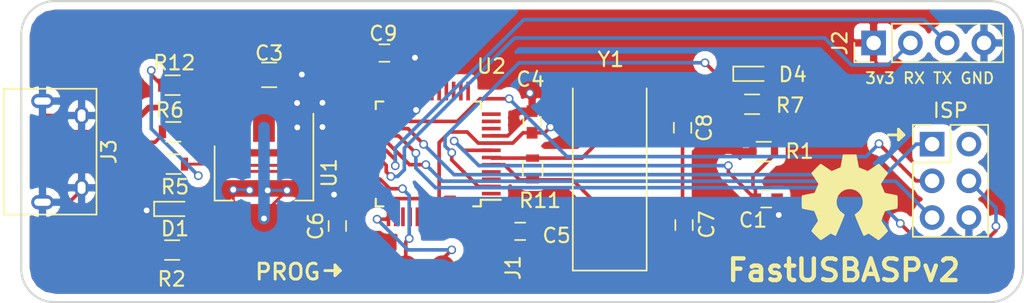
<source format=kicad_pcb>
(kicad_pcb (version 20171130) (host pcbnew no-vcs-found-c6d0075~61~ubuntu17.10.1)

  (general
    (thickness 1.6)
    (drawings 23)
    (tracks 298)
    (zones 0)
    (modules 25)
    (nets 48)
  )

  (page A4)
  (layers
    (0 F.Cu signal)
    (31 B.Cu signal)
    (32 B.Adhes user)
    (33 F.Adhes user)
    (34 B.Paste user)
    (35 F.Paste user)
    (36 B.SilkS user)
    (37 F.SilkS user)
    (38 B.Mask user)
    (39 F.Mask user)
    (40 Dwgs.User user)
    (41 Cmts.User user)
    (42 Eco1.User user)
    (43 Eco2.User user)
    (44 Edge.Cuts user)
    (45 Margin user)
    (46 B.CrtYd user)
    (47 F.CrtYd user)
    (48 B.Fab user)
    (49 F.Fab user hide)
  )

  (setup
    (last_trace_width 0.25)
    (user_trace_width 0.2)
    (user_trace_width 0.4)
    (user_trace_width 0.6)
    (user_trace_width 0.8)
    (trace_clearance 0.2)
    (zone_clearance 0.508)
    (zone_45_only no)
    (trace_min 0.2)
    (segment_width 0.2)
    (edge_width 0.15)
    (via_size 0.6)
    (via_drill 0.4)
    (via_min_size 0.4)
    (via_min_drill 0.3)
    (user_via 0.7 0.4)
    (uvia_size 0.3)
    (uvia_drill 0.1)
    (uvias_allowed no)
    (uvia_min_size 0.2)
    (uvia_min_drill 0.1)
    (pcb_text_width 0.3)
    (pcb_text_size 1.5 1.5)
    (mod_edge_width 0.15)
    (mod_text_size 1 1)
    (mod_text_width 0.15)
    (pad_size 1.524 1.524)
    (pad_drill 0.762)
    (pad_to_mask_clearance 0.2)
    (aux_axis_origin 0 0)
    (grid_origin 140.6271 104.1908)
    (visible_elements FFFFFF7F)
    (pcbplotparams
      (layerselection 0x00030_80000001)
      (usegerberextensions false)
      (usegerberattributes false)
      (usegerberadvancedattributes false)
      (creategerberjobfile false)
      (excludeedgelayer true)
      (linewidth 0.100000)
      (plotframeref false)
      (viasonmask false)
      (mode 1)
      (useauxorigin false)
      (hpglpennumber 1)
      (hpglpenspeed 20)
      (hpglpendiameter 15)
      (psnegative false)
      (psa4output false)
      (plotreference true)
      (plotvalue true)
      (plotinvisibletext false)
      (padsonsilk false)
      (subtractmaskfromsilk false)
      (outputformat 1)
      (mirror false)
      (drillshape 1)
      (scaleselection 1)
      (outputdirectory ""))
  )

  (net 0 "")
  (net 1 /RESET)
  (net 2 GND)
  (net 3 +3V3)
  (net 4 "Net-(C7-Pad2)")
  (net 5 "Net-(C7-Pad1)")
  (net 6 "Net-(C8-Pad1)")
  (net 7 "Net-(D1-Pad2)")
  (net 8 /RXD)
  (net 9 /TXD)
  (net 10 /PGM_LED)
  (net 11 "Net-(D4-Pad2)")
  (net 12 /SWCLK)
  (net 13 /SWDIO)
  (net 14 +5V)
  (net 15 "Net-(J3-Pad2)")
  (net 16 "Net-(J3-Pad3)")
  (net 17 /D_P)
  (net 18 /D_N)
  (net 19 /ISP_RESET)
  (net 20 /ISP_MOSI)
  (net 21 /ISP_SCK)
  (net 22 /ISP_VCC)
  (net 23 /ISP_MISO)
  (net 24 "Net-(U2-Pad1)")
  (net 25 "Net-(U2-Pad3)")
  (net 26 "Net-(U2-Pad4)")
  (net 27 "Net-(U2-Pad10)")
  (net 28 "Net-(U2-Pad11)")
  (net 29 "Net-(U2-Pad12)")
  (net 30 "Net-(U2-Pad13)")
  (net 31 "Net-(U2-Pad14)")
  (net 32 "Net-(U2-Pad15)")
  (net 33 "Net-(U2-Pad16)")
  (net 34 "Net-(U2-Pad17)")
  (net 35 "Net-(U2-Pad18)")
  (net 36 "Net-(U2-Pad19)")
  (net 37 "Net-(U2-Pad21)")
  (net 38 "Net-(U2-Pad22)")
  (net 39 "Net-(U2-Pad25)")
  (net 40 "Net-(U2-Pad38)")
  (net 41 "Net-(U2-Pad39)")
  (net 42 "Net-(U2-Pad40)")
  (net 43 "Net-(U2-Pad41)")
  (net 44 "Net-(U2-Pad42)")
  (net 45 "Net-(U2-Pad43)")
  (net 46 "Net-(U2-Pad45)")
  (net 47 "Net-(U2-Pad46)")

  (net_class Default "This is the default net class."
    (clearance 0.2)
    (trace_width 0.25)
    (via_dia 0.6)
    (via_drill 0.4)
    (uvia_dia 0.3)
    (uvia_drill 0.1)
    (add_net +3V3)
    (add_net +5V)
    (add_net /D_N)
    (add_net /D_P)
    (add_net /ISP_MISO)
    (add_net /ISP_MOSI)
    (add_net /ISP_RESET)
    (add_net /ISP_SCK)
    (add_net /ISP_VCC)
    (add_net /PGM_LED)
    (add_net /RESET)
    (add_net /RXD)
    (add_net /SWCLK)
    (add_net /SWDIO)
    (add_net /TXD)
    (add_net GND)
    (add_net "Net-(C7-Pad1)")
    (add_net "Net-(C7-Pad2)")
    (add_net "Net-(C8-Pad1)")
    (add_net "Net-(D1-Pad2)")
    (add_net "Net-(D4-Pad2)")
    (add_net "Net-(J3-Pad2)")
    (add_net "Net-(J3-Pad3)")
    (add_net "Net-(U2-Pad1)")
    (add_net "Net-(U2-Pad10)")
    (add_net "Net-(U2-Pad11)")
    (add_net "Net-(U2-Pad12)")
    (add_net "Net-(U2-Pad13)")
    (add_net "Net-(U2-Pad14)")
    (add_net "Net-(U2-Pad15)")
    (add_net "Net-(U2-Pad16)")
    (add_net "Net-(U2-Pad17)")
    (add_net "Net-(U2-Pad18)")
    (add_net "Net-(U2-Pad19)")
    (add_net "Net-(U2-Pad21)")
    (add_net "Net-(U2-Pad22)")
    (add_net "Net-(U2-Pad25)")
    (add_net "Net-(U2-Pad3)")
    (add_net "Net-(U2-Pad38)")
    (add_net "Net-(U2-Pad39)")
    (add_net "Net-(U2-Pad4)")
    (add_net "Net-(U2-Pad40)")
    (add_net "Net-(U2-Pad41)")
    (add_net "Net-(U2-Pad42)")
    (add_net "Net-(U2-Pad43)")
    (add_net "Net-(U2-Pad45)")
    (add_net "Net-(U2-Pad46)")
  )

  (module Capacitors_SMD:C_0805 (layer F.Cu) (tedit 58AA8463) (tstamp 5A1AFDA5)
    (at 134.6995 97.9551)
    (descr "Capacitor SMD 0805, reflow soldering, AVX (see smccp.pdf)")
    (tags "capacitor 0805")
    (path /5A088606)
    (attr smd)
    (fp_text reference C3 (at 0 -1.5) (layer F.SilkS)
      (effects (font (size 1 1) (thickness 0.15)))
    )
    (fp_text value 10uF (at 0 1.75) (layer F.Fab)
      (effects (font (size 1 1) (thickness 0.15)))
    )
    (fp_text user %R (at 0 -1.5) (layer F.Fab)
      (effects (font (size 1 1) (thickness 0.15)))
    )
    (fp_line (start -1 0.62) (end -1 -0.62) (layer F.Fab) (width 0.1))
    (fp_line (start 1 0.62) (end -1 0.62) (layer F.Fab) (width 0.1))
    (fp_line (start 1 -0.62) (end 1 0.62) (layer F.Fab) (width 0.1))
    (fp_line (start -1 -0.62) (end 1 -0.62) (layer F.Fab) (width 0.1))
    (fp_line (start 0.5 -0.85) (end -0.5 -0.85) (layer F.SilkS) (width 0.12))
    (fp_line (start -0.5 0.85) (end 0.5 0.85) (layer F.SilkS) (width 0.12))
    (fp_line (start -1.75 -0.88) (end 1.75 -0.88) (layer F.CrtYd) (width 0.05))
    (fp_line (start -1.75 -0.88) (end -1.75 0.87) (layer F.CrtYd) (width 0.05))
    (fp_line (start 1.75 0.87) (end 1.75 -0.88) (layer F.CrtYd) (width 0.05))
    (fp_line (start 1.75 0.87) (end -1.75 0.87) (layer F.CrtYd) (width 0.05))
    (pad 1 smd rect (at -1 0) (size 1 1.25) (layers F.Cu F.Paste F.Mask)
      (net 3 +3V3))
    (pad 2 smd rect (at 1 0) (size 1 1.25) (layers F.Cu F.Paste F.Mask)
      (net 2 GND))
    (model Capacitors_SMD.3dshapes/C_0805.wrl
      (at (xyz 0 0 0))
      (scale (xyz 1 1 1))
      (rotate (xyz 0 0 0))
    )
  )

  (module Capacitors_SMD:C_0603 (layer F.Cu) (tedit 59958EE7) (tstamp 5A1AFDAB)
    (at 152.855822 101.211752 270)
    (descr "Capacitor SMD 0603, reflow soldering, AVX (see smccp.pdf)")
    (tags "capacitor 0603")
    (path /5A08C672)
    (attr smd)
    (fp_text reference C4 (at -2.951852 0.112922) (layer F.SilkS)
      (effects (font (size 1 1) (thickness 0.15)))
    )
    (fp_text value 100nf (at 0 1.5 270) (layer F.Fab)
      (effects (font (size 1 1) (thickness 0.15)))
    )
    (fp_line (start 1.4 0.65) (end -1.4 0.65) (layer F.CrtYd) (width 0.05))
    (fp_line (start 1.4 0.65) (end 1.4 -0.65) (layer F.CrtYd) (width 0.05))
    (fp_line (start -1.4 -0.65) (end -1.4 0.65) (layer F.CrtYd) (width 0.05))
    (fp_line (start -1.4 -0.65) (end 1.4 -0.65) (layer F.CrtYd) (width 0.05))
    (fp_line (start 0.35 0.6) (end -0.35 0.6) (layer F.SilkS) (width 0.12))
    (fp_line (start -0.35 -0.6) (end 0.35 -0.6) (layer F.SilkS) (width 0.12))
    (fp_line (start -0.8 -0.4) (end 0.8 -0.4) (layer F.Fab) (width 0.1))
    (fp_line (start 0.8 -0.4) (end 0.8 0.4) (layer F.Fab) (width 0.1))
    (fp_line (start 0.8 0.4) (end -0.8 0.4) (layer F.Fab) (width 0.1))
    (fp_line (start -0.8 0.4) (end -0.8 -0.4) (layer F.Fab) (width 0.1))
    (fp_text user %R (at 0 0 270) (layer F.Fab)
      (effects (font (size 0.3 0.3) (thickness 0.075)))
    )
    (pad 2 smd rect (at 0.75 0 270) (size 0.8 0.75) (layers F.Cu F.Paste F.Mask)
      (net 2 GND))
    (pad 1 smd rect (at -0.75 0 270) (size 0.8 0.75) (layers F.Cu F.Paste F.Mask)
      (net 3 +3V3))
    (model Capacitors_SMD.3dshapes/C_0603.wrl
      (at (xyz 0 0 0))
      (scale (xyz 1 1 1))
      (rotate (xyz 0 0 0))
    )
  )

  (module Capacitors_SMD:C_0603 (layer F.Cu) (tedit 59958EE7) (tstamp 5A1AFDB1)
    (at 152.031 108.7755)
    (descr "Capacitor SMD 0603, reflow soldering, AVX (see smccp.pdf)")
    (tags "capacitor 0603")
    (path /5A08C7E1)
    (attr smd)
    (fp_text reference C5 (at 2.5139 0.2921) (layer F.SilkS)
      (effects (font (size 1 1) (thickness 0.15)))
    )
    (fp_text value 100nf (at 0 1.5) (layer F.Fab)
      (effects (font (size 1 1) (thickness 0.15)))
    )
    (fp_line (start 1.4 0.65) (end -1.4 0.65) (layer F.CrtYd) (width 0.05))
    (fp_line (start 1.4 0.65) (end 1.4 -0.65) (layer F.CrtYd) (width 0.05))
    (fp_line (start -1.4 -0.65) (end -1.4 0.65) (layer F.CrtYd) (width 0.05))
    (fp_line (start -1.4 -0.65) (end 1.4 -0.65) (layer F.CrtYd) (width 0.05))
    (fp_line (start 0.35 0.6) (end -0.35 0.6) (layer F.SilkS) (width 0.12))
    (fp_line (start -0.35 -0.6) (end 0.35 -0.6) (layer F.SilkS) (width 0.12))
    (fp_line (start -0.8 -0.4) (end 0.8 -0.4) (layer F.Fab) (width 0.1))
    (fp_line (start 0.8 -0.4) (end 0.8 0.4) (layer F.Fab) (width 0.1))
    (fp_line (start 0.8 0.4) (end -0.8 0.4) (layer F.Fab) (width 0.1))
    (fp_line (start -0.8 0.4) (end -0.8 -0.4) (layer F.Fab) (width 0.1))
    (fp_text user %R (at 0 0) (layer F.Fab)
      (effects (font (size 0.3 0.3) (thickness 0.075)))
    )
    (pad 2 smd rect (at 0.75 0) (size 0.8 0.75) (layers F.Cu F.Paste F.Mask)
      (net 2 GND))
    (pad 1 smd rect (at -0.75 0) (size 0.8 0.75) (layers F.Cu F.Paste F.Mask)
      (net 3 +3V3))
    (model Capacitors_SMD.3dshapes/C_0603.wrl
      (at (xyz 0 0 0))
      (scale (xyz 1 1 1))
      (rotate (xyz 0 0 0))
    )
  )

  (module Capacitors_SMD:C_0603 (layer F.Cu) (tedit 59958EE7) (tstamp 5A1AFDB7)
    (at 139.4079 108.4079 90)
    (descr "Capacitor SMD 0603, reflow soldering, AVX (see smccp.pdf)")
    (tags "capacitor 0603")
    (path /5A08C8A0)
    (attr smd)
    (fp_text reference C6 (at 0 -1.5 90) (layer F.SilkS)
      (effects (font (size 1 1) (thickness 0.15)))
    )
    (fp_text value 100nf (at 0 1.5 90) (layer F.Fab)
      (effects (font (size 1 1) (thickness 0.15)))
    )
    (fp_line (start 1.4 0.65) (end -1.4 0.65) (layer F.CrtYd) (width 0.05))
    (fp_line (start 1.4 0.65) (end 1.4 -0.65) (layer F.CrtYd) (width 0.05))
    (fp_line (start -1.4 -0.65) (end -1.4 0.65) (layer F.CrtYd) (width 0.05))
    (fp_line (start -1.4 -0.65) (end 1.4 -0.65) (layer F.CrtYd) (width 0.05))
    (fp_line (start 0.35 0.6) (end -0.35 0.6) (layer F.SilkS) (width 0.12))
    (fp_line (start -0.35 -0.6) (end 0.35 -0.6) (layer F.SilkS) (width 0.12))
    (fp_line (start -0.8 -0.4) (end 0.8 -0.4) (layer F.Fab) (width 0.1))
    (fp_line (start 0.8 -0.4) (end 0.8 0.4) (layer F.Fab) (width 0.1))
    (fp_line (start 0.8 0.4) (end -0.8 0.4) (layer F.Fab) (width 0.1))
    (fp_line (start -0.8 0.4) (end -0.8 -0.4) (layer F.Fab) (width 0.1))
    (fp_text user %R (at 0 0 90) (layer F.Fab)
      (effects (font (size 0.3 0.3) (thickness 0.075)))
    )
    (pad 2 smd rect (at 0.75 0 90) (size 0.8 0.75) (layers F.Cu F.Paste F.Mask)
      (net 2 GND))
    (pad 1 smd rect (at -0.75 0 90) (size 0.8 0.75) (layers F.Cu F.Paste F.Mask)
      (net 3 +3V3))
    (model Capacitors_SMD.3dshapes/C_0603.wrl
      (at (xyz 0 0 0))
      (scale (xyz 1 1 1))
      (rotate (xyz 0 0 0))
    )
  )

  (module Capacitors_SMD:C_0603 (layer F.Cu) (tedit 59958EE7) (tstamp 5A1AFDBD)
    (at 163.3474 108.3437 90)
    (descr "Capacitor SMD 0603, reflow soldering, AVX (see smccp.pdf)")
    (tags "capacitor 0603")
    (path /5A08E6F3)
    (attr smd)
    (fp_text reference C7 (at 0.0381 1.5748 90) (layer F.SilkS)
      (effects (font (size 1 1) (thickness 0.15)))
    )
    (fp_text value 20pF (at 0 1.5 90) (layer F.Fab)
      (effects (font (size 1 1) (thickness 0.15)))
    )
    (fp_line (start 1.4 0.65) (end -1.4 0.65) (layer F.CrtYd) (width 0.05))
    (fp_line (start 1.4 0.65) (end 1.4 -0.65) (layer F.CrtYd) (width 0.05))
    (fp_line (start -1.4 -0.65) (end -1.4 0.65) (layer F.CrtYd) (width 0.05))
    (fp_line (start -1.4 -0.65) (end 1.4 -0.65) (layer F.CrtYd) (width 0.05))
    (fp_line (start 0.35 0.6) (end -0.35 0.6) (layer F.SilkS) (width 0.12))
    (fp_line (start -0.35 -0.6) (end 0.35 -0.6) (layer F.SilkS) (width 0.12))
    (fp_line (start -0.8 -0.4) (end 0.8 -0.4) (layer F.Fab) (width 0.1))
    (fp_line (start 0.8 -0.4) (end 0.8 0.4) (layer F.Fab) (width 0.1))
    (fp_line (start 0.8 0.4) (end -0.8 0.4) (layer F.Fab) (width 0.1))
    (fp_line (start -0.8 0.4) (end -0.8 -0.4) (layer F.Fab) (width 0.1))
    (fp_text user %R (at 0 0 90) (layer F.Fab)
      (effects (font (size 0.3 0.3) (thickness 0.075)))
    )
    (pad 2 smd rect (at 0.75 0 90) (size 0.8 0.75) (layers F.Cu F.Paste F.Mask)
      (net 4 "Net-(C7-Pad2)"))
    (pad 1 smd rect (at -0.75 0 90) (size 0.8 0.75) (layers F.Cu F.Paste F.Mask)
      (net 5 "Net-(C7-Pad1)"))
    (model Capacitors_SMD.3dshapes/C_0603.wrl
      (at (xyz 0 0 0))
      (scale (xyz 1 1 1))
      (rotate (xyz 0 0 0))
    )
  )

  (module Capacitors_SMD:C_0603 (layer F.Cu) (tedit 59958EE7) (tstamp 5A1AFDC3)
    (at 163.2458 101.6127 270)
    (descr "Capacitor SMD 0603, reflow soldering, AVX (see smccp.pdf)")
    (tags "capacitor 0603")
    (path /5A08E78A)
    (attr smd)
    (fp_text reference C8 (at 0 -1.5 270) (layer F.SilkS)
      (effects (font (size 1 1) (thickness 0.15)))
    )
    (fp_text value 20pF (at 0 1.5 270) (layer F.Fab)
      (effects (font (size 1 1) (thickness 0.15)))
    )
    (fp_line (start 1.4 0.65) (end -1.4 0.65) (layer F.CrtYd) (width 0.05))
    (fp_line (start 1.4 0.65) (end 1.4 -0.65) (layer F.CrtYd) (width 0.05))
    (fp_line (start -1.4 -0.65) (end -1.4 0.65) (layer F.CrtYd) (width 0.05))
    (fp_line (start -1.4 -0.65) (end 1.4 -0.65) (layer F.CrtYd) (width 0.05))
    (fp_line (start 0.35 0.6) (end -0.35 0.6) (layer F.SilkS) (width 0.12))
    (fp_line (start -0.35 -0.6) (end 0.35 -0.6) (layer F.SilkS) (width 0.12))
    (fp_line (start -0.8 -0.4) (end 0.8 -0.4) (layer F.Fab) (width 0.1))
    (fp_line (start 0.8 -0.4) (end 0.8 0.4) (layer F.Fab) (width 0.1))
    (fp_line (start 0.8 0.4) (end -0.8 0.4) (layer F.Fab) (width 0.1))
    (fp_line (start -0.8 0.4) (end -0.8 -0.4) (layer F.Fab) (width 0.1))
    (fp_text user %R (at 0 0 270) (layer F.Fab)
      (effects (font (size 0.3 0.3) (thickness 0.075)))
    )
    (pad 2 smd rect (at 0.75 0 270) (size 0.8 0.75) (layers F.Cu F.Paste F.Mask)
      (net 4 "Net-(C7-Pad2)"))
    (pad 1 smd rect (at -0.75 0 270) (size 0.8 0.75) (layers F.Cu F.Paste F.Mask)
      (net 6 "Net-(C8-Pad1)"))
    (model Capacitors_SMD.3dshapes/C_0603.wrl
      (at (xyz 0 0 0))
      (scale (xyz 1 1 1))
      (rotate (xyz 0 0 0))
    )
  )

  (module Capacitors_SMD:C_0603 (layer F.Cu) (tedit 59958EE7) (tstamp 5A1AFDC9)
    (at 142.6584 96.4438)
    (descr "Capacitor SMD 0603, reflow soldering, AVX (see smccp.pdf)")
    (tags "capacitor 0603")
    (path /5A08C92E)
    (attr smd)
    (fp_text reference C9 (at -0.0755 -1.3462) (layer F.SilkS)
      (effects (font (size 1 1) (thickness 0.15)))
    )
    (fp_text value 100nf (at 0 1.5) (layer F.Fab)
      (effects (font (size 1 1) (thickness 0.15)))
    )
    (fp_line (start 1.4 0.65) (end -1.4 0.65) (layer F.CrtYd) (width 0.05))
    (fp_line (start 1.4 0.65) (end 1.4 -0.65) (layer F.CrtYd) (width 0.05))
    (fp_line (start -1.4 -0.65) (end -1.4 0.65) (layer F.CrtYd) (width 0.05))
    (fp_line (start -1.4 -0.65) (end 1.4 -0.65) (layer F.CrtYd) (width 0.05))
    (fp_line (start 0.35 0.6) (end -0.35 0.6) (layer F.SilkS) (width 0.12))
    (fp_line (start -0.35 -0.6) (end 0.35 -0.6) (layer F.SilkS) (width 0.12))
    (fp_line (start -0.8 -0.4) (end 0.8 -0.4) (layer F.Fab) (width 0.1))
    (fp_line (start 0.8 -0.4) (end 0.8 0.4) (layer F.Fab) (width 0.1))
    (fp_line (start 0.8 0.4) (end -0.8 0.4) (layer F.Fab) (width 0.1))
    (fp_line (start -0.8 0.4) (end -0.8 -0.4) (layer F.Fab) (width 0.1))
    (fp_text user %R (at 0 0) (layer F.Fab)
      (effects (font (size 0.3 0.3) (thickness 0.075)))
    )
    (pad 2 smd rect (at 0.75 0) (size 0.8 0.75) (layers F.Cu F.Paste F.Mask)
      (net 2 GND))
    (pad 1 smd rect (at -0.75 0) (size 0.8 0.75) (layers F.Cu F.Paste F.Mask)
      (net 3 +3V3))
    (model Capacitors_SMD.3dshapes/C_0603.wrl
      (at (xyz 0 0 0))
      (scale (xyz 1 1 1))
      (rotate (xyz 0 0 0))
    )
  )

  (module Pin_Headers:Pin_Header_Straight_1x04_Pitch2.54mm (layer F.Cu) (tedit 59650532) (tstamp 5A1AFDF7)
    (at 176.4411 95.7453 90)
    (descr "Through hole straight pin header, 1x04, 2.54mm pitch, single row")
    (tags "Through hole pin header THT 1x04 2.54mm single row")
    (path /5A19D860)
    (fp_text reference J2 (at 0 -2.33 90) (layer F.SilkS)
      (effects (font (size 1 1) (thickness 0.15)))
    )
    (fp_text value CONN_01X04 (at 0 9.95 90) (layer F.Fab)
      (effects (font (size 1 1) (thickness 0.15)))
    )
    (fp_line (start -0.635 -1.27) (end 1.27 -1.27) (layer F.Fab) (width 0.1))
    (fp_line (start 1.27 -1.27) (end 1.27 8.89) (layer F.Fab) (width 0.1))
    (fp_line (start 1.27 8.89) (end -1.27 8.89) (layer F.Fab) (width 0.1))
    (fp_line (start -1.27 8.89) (end -1.27 -0.635) (layer F.Fab) (width 0.1))
    (fp_line (start -1.27 -0.635) (end -0.635 -1.27) (layer F.Fab) (width 0.1))
    (fp_line (start -1.33 8.95) (end 1.33 8.95) (layer F.SilkS) (width 0.12))
    (fp_line (start -1.33 1.27) (end -1.33 8.95) (layer F.SilkS) (width 0.12))
    (fp_line (start 1.33 1.27) (end 1.33 8.95) (layer F.SilkS) (width 0.12))
    (fp_line (start -1.33 1.27) (end 1.33 1.27) (layer F.SilkS) (width 0.12))
    (fp_line (start -1.33 0) (end -1.33 -1.33) (layer F.SilkS) (width 0.12))
    (fp_line (start -1.33 -1.33) (end 0 -1.33) (layer F.SilkS) (width 0.12))
    (fp_line (start -1.8 -1.8) (end -1.8 9.4) (layer F.CrtYd) (width 0.05))
    (fp_line (start -1.8 9.4) (end 1.8 9.4) (layer F.CrtYd) (width 0.05))
    (fp_line (start 1.8 9.4) (end 1.8 -1.8) (layer F.CrtYd) (width 0.05))
    (fp_line (start 1.8 -1.8) (end -1.8 -1.8) (layer F.CrtYd) (width 0.05))
    (fp_text user %R (at 0 3.81 180) (layer F.Fab)
      (effects (font (size 1 1) (thickness 0.15)))
    )
    (pad 1 thru_hole rect (at 0 0 90) (size 1.7 1.7) (drill 1) (layers *.Cu *.Mask)
      (net 3 +3V3))
    (pad 2 thru_hole oval (at 0 2.54 90) (size 1.7 1.7) (drill 1) (layers *.Cu *.Mask)
      (net 8 /RXD))
    (pad 3 thru_hole oval (at 0 5.08 90) (size 1.7 1.7) (drill 1) (layers *.Cu *.Mask)
      (net 9 /TXD))
    (pad 4 thru_hole oval (at 0 7.62 90) (size 1.7 1.7) (drill 1) (layers *.Cu *.Mask)
      (net 2 GND))
    (model ${KISYS3DMOD}/Pin_Headers.3dshapes/Pin_Header_Straight_1x04_Pitch2.54mm.wrl
      (at (xyz 0 0 0))
      (scale (xyz 1 1 1))
      (rotate (xyz 0 0 0))
    )
  )

  (module Connectors:USB_Micro-B (layer F.Cu) (tedit 5543E447) (tstamp 5A1AFE04)
    (at 120.396 103.2637 270)
    (descr "Micro USB Type B Receptacle")
    (tags "USB USB_B USB_micro USB_OTG")
    (path /59FF4D3C)
    (attr smd)
    (fp_text reference J3 (at 0 -3.24 270) (layer F.SilkS)
      (effects (font (size 1 1) (thickness 0.15)))
    )
    (fp_text value USB_OTG (at 0 5.01 270) (layer F.Fab)
      (effects (font (size 1 1) (thickness 0.15)))
    )
    (fp_line (start -4.6 -2.59) (end 4.6 -2.59) (layer F.CrtYd) (width 0.05))
    (fp_line (start 4.6 -2.59) (end 4.6 4.26) (layer F.CrtYd) (width 0.05))
    (fp_line (start 4.6 4.26) (end -4.6 4.26) (layer F.CrtYd) (width 0.05))
    (fp_line (start -4.6 4.26) (end -4.6 -2.59) (layer F.CrtYd) (width 0.05))
    (fp_line (start -4.35 4.03) (end 4.35 4.03) (layer F.SilkS) (width 0.12))
    (fp_line (start -4.35 -2.38) (end 4.35 -2.38) (layer F.SilkS) (width 0.12))
    (fp_line (start 4.35 -2.38) (end 4.35 4.03) (layer F.SilkS) (width 0.12))
    (fp_line (start 4.35 2.8) (end -4.35 2.8) (layer F.SilkS) (width 0.12))
    (fp_line (start -4.35 4.03) (end -4.35 -2.38) (layer F.SilkS) (width 0.12))
    (pad 1 smd rect (at -1.3 -1.35) (size 1.35 0.4) (layers F.Cu F.Paste F.Mask)
      (net 14 +5V))
    (pad 2 smd rect (at -0.65 -1.35) (size 1.35 0.4) (layers F.Cu F.Paste F.Mask)
      (net 15 "Net-(J3-Pad2)"))
    (pad 3 smd rect (at 0 -1.35) (size 1.35 0.4) (layers F.Cu F.Paste F.Mask)
      (net 16 "Net-(J3-Pad3)"))
    (pad 4 smd rect (at 0.65 -1.35) (size 1.35 0.4) (layers F.Cu F.Paste F.Mask)
      (net 2 GND))
    (pad 5 smd rect (at 1.3 -1.35) (size 1.35 0.4) (layers F.Cu F.Paste F.Mask)
      (net 2 GND))
    (pad 6 thru_hole oval (at -2.5 -1.35) (size 0.95 1.25) (drill oval 0.55 0.85) (layers *.Cu *.Mask)
      (net 2 GND))
    (pad 6 thru_hole oval (at 2.5 -1.35) (size 0.95 1.25) (drill oval 0.55 0.85) (layers *.Cu *.Mask)
      (net 2 GND))
    (pad 6 thru_hole oval (at -3.5 1.35) (size 1.55 1) (drill oval 1.15 0.5) (layers *.Cu *.Mask)
      (net 2 GND))
    (pad 6 thru_hole oval (at 3.5 1.35) (size 1.55 1) (drill oval 1.15 0.5) (layers *.Cu *.Mask)
      (net 2 GND))
  )

  (module Resistors_SMD:R_0603 (layer F.Cu) (tedit 58E0A804) (tstamp 5A1AFE22)
    (at 168.8458 103.2637)
    (descr "Resistor SMD 0603, reflow soldering, Vishay (see dcrcw.pdf)")
    (tags "resistor 0603")
    (path /5A08989E)
    (attr smd)
    (fp_text reference R1 (at 2.4772 -0.0254) (layer F.SilkS)
      (effects (font (size 1 1) (thickness 0.15)))
    )
    (fp_text value 10k (at 0 1.5) (layer F.Fab)
      (effects (font (size 1 1) (thickness 0.15)))
    )
    (fp_text user %R (at 0 0) (layer F.Fab)
      (effects (font (size 0.4 0.4) (thickness 0.075)))
    )
    (fp_line (start -0.8 0.4) (end -0.8 -0.4) (layer F.Fab) (width 0.1))
    (fp_line (start 0.8 0.4) (end -0.8 0.4) (layer F.Fab) (width 0.1))
    (fp_line (start 0.8 -0.4) (end 0.8 0.4) (layer F.Fab) (width 0.1))
    (fp_line (start -0.8 -0.4) (end 0.8 -0.4) (layer F.Fab) (width 0.1))
    (fp_line (start 0.5 0.68) (end -0.5 0.68) (layer F.SilkS) (width 0.12))
    (fp_line (start -0.5 -0.68) (end 0.5 -0.68) (layer F.SilkS) (width 0.12))
    (fp_line (start -1.25 -0.7) (end 1.25 -0.7) (layer F.CrtYd) (width 0.05))
    (fp_line (start -1.25 -0.7) (end -1.25 0.7) (layer F.CrtYd) (width 0.05))
    (fp_line (start 1.25 0.7) (end 1.25 -0.7) (layer F.CrtYd) (width 0.05))
    (fp_line (start 1.25 0.7) (end -1.25 0.7) (layer F.CrtYd) (width 0.05))
    (pad 1 smd rect (at -0.75 0) (size 0.5 0.9) (layers F.Cu F.Paste F.Mask)
      (net 3 +3V3))
    (pad 2 smd rect (at 0.75 0) (size 0.5 0.9) (layers F.Cu F.Paste F.Mask)
      (net 1 /RESET))
    (model ${KISYS3DMOD}/Resistors_SMD.3dshapes/R_0603.wrl
      (at (xyz 0 0 0))
      (scale (xyz 1 1 1))
      (rotate (xyz 0 0 0))
    )
  )

  (module Resistors_SMD:R_0603 (layer F.Cu) (tedit 58E0A804) (tstamp 5A1AFE28)
    (at 128.0026 110.0709)
    (descr "Resistor SMD 0603, reflow soldering, Vishay (see dcrcw.pdf)")
    (tags "resistor 0603")
    (path /5A19FBD3)
    (attr smd)
    (fp_text reference R2 (at -0.0374 2.0066) (layer F.SilkS)
      (effects (font (size 1 1) (thickness 0.15)))
    )
    (fp_text value 1k (at 0 1.5) (layer F.Fab)
      (effects (font (size 1 1) (thickness 0.15)))
    )
    (fp_text user %R (at 0 0) (layer F.Fab)
      (effects (font (size 0.4 0.4) (thickness 0.075)))
    )
    (fp_line (start -0.8 0.4) (end -0.8 -0.4) (layer F.Fab) (width 0.1))
    (fp_line (start 0.8 0.4) (end -0.8 0.4) (layer F.Fab) (width 0.1))
    (fp_line (start 0.8 -0.4) (end 0.8 0.4) (layer F.Fab) (width 0.1))
    (fp_line (start -0.8 -0.4) (end 0.8 -0.4) (layer F.Fab) (width 0.1))
    (fp_line (start 0.5 0.68) (end -0.5 0.68) (layer F.SilkS) (width 0.12))
    (fp_line (start -0.5 -0.68) (end 0.5 -0.68) (layer F.SilkS) (width 0.12))
    (fp_line (start -1.25 -0.7) (end 1.25 -0.7) (layer F.CrtYd) (width 0.05))
    (fp_line (start -1.25 -0.7) (end -1.25 0.7) (layer F.CrtYd) (width 0.05))
    (fp_line (start 1.25 0.7) (end 1.25 -0.7) (layer F.CrtYd) (width 0.05))
    (fp_line (start 1.25 0.7) (end -1.25 0.7) (layer F.CrtYd) (width 0.05))
    (pad 1 smd rect (at -0.75 0) (size 0.5 0.9) (layers F.Cu F.Paste F.Mask)
      (net 7 "Net-(D1-Pad2)"))
    (pad 2 smd rect (at 0.75 0) (size 0.5 0.9) (layers F.Cu F.Paste F.Mask)
      (net 3 +3V3))
    (model ${KISYS3DMOD}/Resistors_SMD.3dshapes/R_0603.wrl
      (at (xyz 0 0 0))
      (scale (xyz 1 1 1))
      (rotate (xyz 0 0 0))
    )
  )

  (module Resistors_SMD:R_0603 (layer F.Cu) (tedit 58E0A804) (tstamp 5A1AFE3A)
    (at 128.1042 104.1273 180)
    (descr "Resistor SMD 0603, reflow soldering, Vishay (see dcrcw.pdf)")
    (tags "resistor 0603")
    (path /59FF5F4A)
    (attr smd)
    (fp_text reference R5 (at -0.0896 -1.5748 180) (layer F.SilkS)
      (effects (font (size 1 1) (thickness 0.15)))
    )
    (fp_text value 20R (at 0 1.5 180) (layer F.Fab)
      (effects (font (size 1 1) (thickness 0.15)))
    )
    (fp_text user %R (at 0 0 180) (layer F.Fab)
      (effects (font (size 0.4 0.4) (thickness 0.075)))
    )
    (fp_line (start -0.8 0.4) (end -0.8 -0.4) (layer F.Fab) (width 0.1))
    (fp_line (start 0.8 0.4) (end -0.8 0.4) (layer F.Fab) (width 0.1))
    (fp_line (start 0.8 -0.4) (end 0.8 0.4) (layer F.Fab) (width 0.1))
    (fp_line (start -0.8 -0.4) (end 0.8 -0.4) (layer F.Fab) (width 0.1))
    (fp_line (start 0.5 0.68) (end -0.5 0.68) (layer F.SilkS) (width 0.12))
    (fp_line (start -0.5 -0.68) (end 0.5 -0.68) (layer F.SilkS) (width 0.12))
    (fp_line (start -1.25 -0.7) (end 1.25 -0.7) (layer F.CrtYd) (width 0.05))
    (fp_line (start -1.25 -0.7) (end -1.25 0.7) (layer F.CrtYd) (width 0.05))
    (fp_line (start 1.25 0.7) (end 1.25 -0.7) (layer F.CrtYd) (width 0.05))
    (fp_line (start 1.25 0.7) (end -1.25 0.7) (layer F.CrtYd) (width 0.05))
    (pad 1 smd rect (at -0.75 0 180) (size 0.5 0.9) (layers F.Cu F.Paste F.Mask)
      (net 17 /D_P))
    (pad 2 smd rect (at 0.75 0 180) (size 0.5 0.9) (layers F.Cu F.Paste F.Mask)
      (net 16 "Net-(J3-Pad3)"))
    (model ${KISYS3DMOD}/Resistors_SMD.3dshapes/R_0603.wrl
      (at (xyz 0 0 0))
      (scale (xyz 1 1 1))
      (rotate (xyz 0 0 0))
    )
  )

  (module Resistors_SMD:R_0603 (layer F.Cu) (tedit 58E0A804) (tstamp 5A1AFE40)
    (at 128.0788 101.8921 180)
    (descr "Resistor SMD 0603, reflow soldering, Vishay (see dcrcw.pdf)")
    (tags "resistor 0603")
    (path /59FF6019)
    (attr smd)
    (fp_text reference R6 (at 0.2406 1.4986) (layer F.SilkS)
      (effects (font (size 1 1) (thickness 0.15)))
    )
    (fp_text value 20R (at 0 1.5 180) (layer F.Fab)
      (effects (font (size 1 1) (thickness 0.15)))
    )
    (fp_text user %R (at 0 0 180) (layer F.Fab)
      (effects (font (size 0.4 0.4) (thickness 0.075)))
    )
    (fp_line (start -0.8 0.4) (end -0.8 -0.4) (layer F.Fab) (width 0.1))
    (fp_line (start 0.8 0.4) (end -0.8 0.4) (layer F.Fab) (width 0.1))
    (fp_line (start 0.8 -0.4) (end 0.8 0.4) (layer F.Fab) (width 0.1))
    (fp_line (start -0.8 -0.4) (end 0.8 -0.4) (layer F.Fab) (width 0.1))
    (fp_line (start 0.5 0.68) (end -0.5 0.68) (layer F.SilkS) (width 0.12))
    (fp_line (start -0.5 -0.68) (end 0.5 -0.68) (layer F.SilkS) (width 0.12))
    (fp_line (start -1.25 -0.7) (end 1.25 -0.7) (layer F.CrtYd) (width 0.05))
    (fp_line (start -1.25 -0.7) (end -1.25 0.7) (layer F.CrtYd) (width 0.05))
    (fp_line (start 1.25 0.7) (end 1.25 -0.7) (layer F.CrtYd) (width 0.05))
    (fp_line (start 1.25 0.7) (end -1.25 0.7) (layer F.CrtYd) (width 0.05))
    (pad 1 smd rect (at -0.75 0 180) (size 0.5 0.9) (layers F.Cu F.Paste F.Mask)
      (net 18 /D_N))
    (pad 2 smd rect (at 0.75 0 180) (size 0.5 0.9) (layers F.Cu F.Paste F.Mask)
      (net 15 "Net-(J3-Pad2)"))
    (model ${KISYS3DMOD}/Resistors_SMD.3dshapes/R_0603.wrl
      (at (xyz 0 0 0))
      (scale (xyz 1 1 1))
      (rotate (xyz 0 0 0))
    )
  )

  (module Resistors_SMD:R_0603 (layer F.Cu) (tedit 58E0A804) (tstamp 5A1AFE46)
    (at 168.0464 99.9871)
    (descr "Resistor SMD 0603, reflow soldering, Vishay (see dcrcw.pdf)")
    (tags "resistor 0603")
    (path /5A1A08CA)
    (attr smd)
    (fp_text reference R7 (at 2.6162 0.0762) (layer F.SilkS)
      (effects (font (size 1 1) (thickness 0.15)))
    )
    (fp_text value 1k (at 0 1.5) (layer F.Fab)
      (effects (font (size 1 1) (thickness 0.15)))
    )
    (fp_text user %R (at 0 0) (layer F.Fab)
      (effects (font (size 0.4 0.4) (thickness 0.075)))
    )
    (fp_line (start -0.8 0.4) (end -0.8 -0.4) (layer F.Fab) (width 0.1))
    (fp_line (start 0.8 0.4) (end -0.8 0.4) (layer F.Fab) (width 0.1))
    (fp_line (start 0.8 -0.4) (end 0.8 0.4) (layer F.Fab) (width 0.1))
    (fp_line (start -0.8 -0.4) (end 0.8 -0.4) (layer F.Fab) (width 0.1))
    (fp_line (start 0.5 0.68) (end -0.5 0.68) (layer F.SilkS) (width 0.12))
    (fp_line (start -0.5 -0.68) (end 0.5 -0.68) (layer F.SilkS) (width 0.12))
    (fp_line (start -1.25 -0.7) (end 1.25 -0.7) (layer F.CrtYd) (width 0.05))
    (fp_line (start -1.25 -0.7) (end -1.25 0.7) (layer F.CrtYd) (width 0.05))
    (fp_line (start 1.25 0.7) (end 1.25 -0.7) (layer F.CrtYd) (width 0.05))
    (fp_line (start 1.25 0.7) (end -1.25 0.7) (layer F.CrtYd) (width 0.05))
    (pad 1 smd rect (at -0.75 0) (size 0.5 0.9) (layers F.Cu F.Paste F.Mask)
      (net 11 "Net-(D4-Pad2)"))
    (pad 2 smd rect (at 0.75 0) (size 0.5 0.9) (layers F.Cu F.Paste F.Mask)
      (net 3 +3V3))
    (model ${KISYS3DMOD}/Resistors_SMD.3dshapes/R_0603.wrl
      (at (xyz 0 0 0))
      (scale (xyz 1 1 1))
      (rotate (xyz 0 0 0))
    )
  )

  (module Resistors_SMD:R_0603 (layer F.Cu) (tedit 58E0A804) (tstamp 5A1AFE5E)
    (at 152.893922 104.461552 90)
    (descr "Resistor SMD 0603, reflow soldering, Vishay (see dcrcw.pdf)")
    (tags "resistor 0603")
    (path /5A08E2E8)
    (attr smd)
    (fp_text reference R11 (at -2.180348 0.509378 180) (layer F.SilkS)
      (effects (font (size 1 1) (thickness 0.15)))
    )
    (fp_text value 1M (at 0 1.5 90) (layer F.Fab)
      (effects (font (size 1 1) (thickness 0.15)))
    )
    (fp_text user %R (at 0 0 90) (layer F.Fab)
      (effects (font (size 0.4 0.4) (thickness 0.075)))
    )
    (fp_line (start -0.8 0.4) (end -0.8 -0.4) (layer F.Fab) (width 0.1))
    (fp_line (start 0.8 0.4) (end -0.8 0.4) (layer F.Fab) (width 0.1))
    (fp_line (start 0.8 -0.4) (end 0.8 0.4) (layer F.Fab) (width 0.1))
    (fp_line (start -0.8 -0.4) (end 0.8 -0.4) (layer F.Fab) (width 0.1))
    (fp_line (start 0.5 0.68) (end -0.5 0.68) (layer F.SilkS) (width 0.12))
    (fp_line (start -0.5 -0.68) (end 0.5 -0.68) (layer F.SilkS) (width 0.12))
    (fp_line (start -1.25 -0.7) (end 1.25 -0.7) (layer F.CrtYd) (width 0.05))
    (fp_line (start -1.25 -0.7) (end -1.25 0.7) (layer F.CrtYd) (width 0.05))
    (fp_line (start 1.25 0.7) (end 1.25 -0.7) (layer F.CrtYd) (width 0.05))
    (fp_line (start 1.25 0.7) (end -1.25 0.7) (layer F.CrtYd) (width 0.05))
    (pad 1 smd rect (at -0.75 0 90) (size 0.5 0.9) (layers F.Cu F.Paste F.Mask)
      (net 5 "Net-(C7-Pad1)"))
    (pad 2 smd rect (at 0.75 0 90) (size 0.5 0.9) (layers F.Cu F.Paste F.Mask)
      (net 6 "Net-(C8-Pad1)"))
    (model ${KISYS3DMOD}/Resistors_SMD.3dshapes/R_0603.wrl
      (at (xyz 0 0 0))
      (scale (xyz 1 1 1))
      (rotate (xyz 0 0 0))
    )
  )

  (module Resistors_SMD:R_0603 (layer F.Cu) (tedit 58E0A804) (tstamp 5A1AFE64)
    (at 128.028 98.6663)
    (descr "Resistor SMD 0603, reflow soldering, Vishay (see dcrcw.pdf)")
    (tags "resistor 0603")
    (path /59FF6081)
    (attr smd)
    (fp_text reference R12 (at 0.115 -1.5494 180) (layer F.SilkS)
      (effects (font (size 1 1) (thickness 0.15)))
    )
    (fp_text value 1.5k (at 0 1.5) (layer F.Fab)
      (effects (font (size 1 1) (thickness 0.15)))
    )
    (fp_text user %R (at 0 0) (layer F.Fab)
      (effects (font (size 0.4 0.4) (thickness 0.075)))
    )
    (fp_line (start -0.8 0.4) (end -0.8 -0.4) (layer F.Fab) (width 0.1))
    (fp_line (start 0.8 0.4) (end -0.8 0.4) (layer F.Fab) (width 0.1))
    (fp_line (start 0.8 -0.4) (end 0.8 0.4) (layer F.Fab) (width 0.1))
    (fp_line (start -0.8 -0.4) (end 0.8 -0.4) (layer F.Fab) (width 0.1))
    (fp_line (start 0.5 0.68) (end -0.5 0.68) (layer F.SilkS) (width 0.12))
    (fp_line (start -0.5 -0.68) (end 0.5 -0.68) (layer F.SilkS) (width 0.12))
    (fp_line (start -1.25 -0.7) (end 1.25 -0.7) (layer F.CrtYd) (width 0.05))
    (fp_line (start -1.25 -0.7) (end -1.25 0.7) (layer F.CrtYd) (width 0.05))
    (fp_line (start 1.25 0.7) (end 1.25 -0.7) (layer F.CrtYd) (width 0.05))
    (fp_line (start 1.25 0.7) (end -1.25 0.7) (layer F.CrtYd) (width 0.05))
    (pad 1 smd rect (at -0.75 0) (size 0.5 0.9) (layers F.Cu F.Paste F.Mask)
      (net 17 /D_P))
    (pad 2 smd rect (at 0.75 0) (size 0.5 0.9) (layers F.Cu F.Paste F.Mask)
      (net 14 +5V))
    (model ${KISYS3DMOD}/Resistors_SMD.3dshapes/R_0603.wrl
      (at (xyz 0 0 0))
      (scale (xyz 1 1 1))
      (rotate (xyz 0 0 0))
    )
  )

  (module Housings_QFP:LQFP-48_7x7mm_Pitch0.5mm (layer F.Cu) (tedit 54130A77) (tstamp 5A1AFEA1)
    (at 145.686922 103.421552 180)
    (descr "48 LEAD LQFP 7x7mm (see MICREL LQFP7x7-48LD-PL-1.pdf)")
    (tags "QFP 0.5")
    (path /59FF3F13)
    (attr smd)
    (fp_text reference U2 (at -4.363578 6.063352 180) (layer F.SilkS)
      (effects (font (size 1 1) (thickness 0.15)))
    )
    (fp_text value STM32F103C8Tx (at 0 6 180) (layer F.Fab)
      (effects (font (size 1 1) (thickness 0.15)))
    )
    (fp_text user %R (at 0 0 180) (layer F.Fab)
      (effects (font (size 1 1) (thickness 0.15)))
    )
    (fp_line (start -2.5 -3.5) (end 3.5 -3.5) (layer F.Fab) (width 0.15))
    (fp_line (start 3.5 -3.5) (end 3.5 3.5) (layer F.Fab) (width 0.15))
    (fp_line (start 3.5 3.5) (end -3.5 3.5) (layer F.Fab) (width 0.15))
    (fp_line (start -3.5 3.5) (end -3.5 -2.5) (layer F.Fab) (width 0.15))
    (fp_line (start -3.5 -2.5) (end -2.5 -3.5) (layer F.Fab) (width 0.15))
    (fp_line (start -5.25 -5.25) (end -5.25 5.25) (layer F.CrtYd) (width 0.05))
    (fp_line (start 5.25 -5.25) (end 5.25 5.25) (layer F.CrtYd) (width 0.05))
    (fp_line (start -5.25 -5.25) (end 5.25 -5.25) (layer F.CrtYd) (width 0.05))
    (fp_line (start -5.25 5.25) (end 5.25 5.25) (layer F.CrtYd) (width 0.05))
    (fp_line (start -3.625 -3.625) (end -3.625 -3.175) (layer F.SilkS) (width 0.15))
    (fp_line (start 3.625 -3.625) (end 3.625 -3.1) (layer F.SilkS) (width 0.15))
    (fp_line (start 3.625 3.625) (end 3.625 3.1) (layer F.SilkS) (width 0.15))
    (fp_line (start -3.625 3.625) (end -3.625 3.1) (layer F.SilkS) (width 0.15))
    (fp_line (start -3.625 -3.625) (end -3.1 -3.625) (layer F.SilkS) (width 0.15))
    (fp_line (start -3.625 3.625) (end -3.1 3.625) (layer F.SilkS) (width 0.15))
    (fp_line (start 3.625 3.625) (end 3.1 3.625) (layer F.SilkS) (width 0.15))
    (fp_line (start 3.625 -3.625) (end 3.1 -3.625) (layer F.SilkS) (width 0.15))
    (fp_line (start -3.625 -3.175) (end -5 -3.175) (layer F.SilkS) (width 0.15))
    (pad 1 smd rect (at -4.35 -2.75 180) (size 1.3 0.25) (layers F.Cu F.Paste F.Mask)
      (net 24 "Net-(U2-Pad1)"))
    (pad 2 smd rect (at -4.35 -2.25 180) (size 1.3 0.25) (layers F.Cu F.Paste F.Mask)
      (net 10 /PGM_LED))
    (pad 3 smd rect (at -4.35 -1.75 180) (size 1.3 0.25) (layers F.Cu F.Paste F.Mask)
      (net 25 "Net-(U2-Pad3)"))
    (pad 4 smd rect (at -4.35 -1.25 180) (size 1.3 0.25) (layers F.Cu F.Paste F.Mask)
      (net 26 "Net-(U2-Pad4)"))
    (pad 5 smd rect (at -4.35 -0.75 180) (size 1.3 0.25) (layers F.Cu F.Paste F.Mask)
      (net 5 "Net-(C7-Pad1)"))
    (pad 6 smd rect (at -4.35 -0.25 180) (size 1.3 0.25) (layers F.Cu F.Paste F.Mask)
      (net 6 "Net-(C8-Pad1)"))
    (pad 7 smd rect (at -4.35 0.25 180) (size 1.3 0.25) (layers F.Cu F.Paste F.Mask)
      (net 1 /RESET))
    (pad 8 smd rect (at -4.35 0.75 180) (size 1.3 0.25) (layers F.Cu F.Paste F.Mask)
      (net 2 GND))
    (pad 9 smd rect (at -4.35 1.25 180) (size 1.3 0.25) (layers F.Cu F.Paste F.Mask)
      (net 3 +3V3))
    (pad 10 smd rect (at -4.35 1.75 180) (size 1.3 0.25) (layers F.Cu F.Paste F.Mask)
      (net 27 "Net-(U2-Pad10)"))
    (pad 11 smd rect (at -4.35 2.25 180) (size 1.3 0.25) (layers F.Cu F.Paste F.Mask)
      (net 28 "Net-(U2-Pad11)"))
    (pad 12 smd rect (at -4.35 2.75 180) (size 1.3 0.25) (layers F.Cu F.Paste F.Mask)
      (net 29 "Net-(U2-Pad12)"))
    (pad 13 smd rect (at -2.75 4.35 270) (size 1.3 0.25) (layers F.Cu F.Paste F.Mask)
      (net 30 "Net-(U2-Pad13)"))
    (pad 14 smd rect (at -2.25 4.35 270) (size 1.3 0.25) (layers F.Cu F.Paste F.Mask)
      (net 31 "Net-(U2-Pad14)"))
    (pad 15 smd rect (at -1.75 4.35 270) (size 1.3 0.25) (layers F.Cu F.Paste F.Mask)
      (net 32 "Net-(U2-Pad15)"))
    (pad 16 smd rect (at -1.25 4.35 270) (size 1.3 0.25) (layers F.Cu F.Paste F.Mask)
      (net 33 "Net-(U2-Pad16)"))
    (pad 17 smd rect (at -0.75 4.35 270) (size 1.3 0.25) (layers F.Cu F.Paste F.Mask)
      (net 34 "Net-(U2-Pad17)"))
    (pad 18 smd rect (at -0.25 4.35 270) (size 1.3 0.25) (layers F.Cu F.Paste F.Mask)
      (net 35 "Net-(U2-Pad18)"))
    (pad 19 smd rect (at 0.25 4.35 270) (size 1.3 0.25) (layers F.Cu F.Paste F.Mask)
      (net 36 "Net-(U2-Pad19)"))
    (pad 20 smd rect (at 0.75 4.35 270) (size 1.3 0.25) (layers F.Cu F.Paste F.Mask)
      (net 2 GND))
    (pad 21 smd rect (at 1.25 4.35 270) (size 1.3 0.25) (layers F.Cu F.Paste F.Mask)
      (net 37 "Net-(U2-Pad21)"))
    (pad 22 smd rect (at 1.75 4.35 270) (size 1.3 0.25) (layers F.Cu F.Paste F.Mask)
      (net 38 "Net-(U2-Pad22)"))
    (pad 23 smd rect (at 2.25 4.35 270) (size 1.3 0.25) (layers F.Cu F.Paste F.Mask)
      (net 2 GND))
    (pad 24 smd rect (at 2.75 4.35 270) (size 1.3 0.25) (layers F.Cu F.Paste F.Mask)
      (net 3 +3V3))
    (pad 25 smd rect (at 4.35 2.75 180) (size 1.3 0.25) (layers F.Cu F.Paste F.Mask)
      (net 39 "Net-(U2-Pad25)"))
    (pad 26 smd rect (at 4.35 2.25 180) (size 1.3 0.25) (layers F.Cu F.Paste F.Mask)
      (net 21 /ISP_SCK))
    (pad 27 smd rect (at 4.35 1.75 180) (size 1.3 0.25) (layers F.Cu F.Paste F.Mask)
      (net 23 /ISP_MISO))
    (pad 28 smd rect (at 4.35 1.25 180) (size 1.3 0.25) (layers F.Cu F.Paste F.Mask)
      (net 20 /ISP_MOSI))
    (pad 29 smd rect (at 4.35 0.75 180) (size 1.3 0.25) (layers F.Cu F.Paste F.Mask)
      (net 19 /ISP_RESET))
    (pad 30 smd rect (at 4.35 0.25 180) (size 1.3 0.25) (layers F.Cu F.Paste F.Mask)
      (net 9 /TXD))
    (pad 31 smd rect (at 4.35 -0.25 180) (size 1.3 0.25) (layers F.Cu F.Paste F.Mask)
      (net 8 /RXD))
    (pad 32 smd rect (at 4.35 -0.75 180) (size 1.3 0.25) (layers F.Cu F.Paste F.Mask)
      (net 18 /D_N))
    (pad 33 smd rect (at 4.35 -1.25 180) (size 1.3 0.25) (layers F.Cu F.Paste F.Mask)
      (net 17 /D_P))
    (pad 34 smd rect (at 4.35 -1.75 180) (size 1.3 0.25) (layers F.Cu F.Paste F.Mask)
      (net 13 /SWDIO))
    (pad 35 smd rect (at 4.35 -2.25 180) (size 1.3 0.25) (layers F.Cu F.Paste F.Mask)
      (net 2 GND))
    (pad 36 smd rect (at 4.35 -2.75 180) (size 1.3 0.25) (layers F.Cu F.Paste F.Mask)
      (net 3 +3V3))
    (pad 37 smd rect (at 2.75 -4.35 270) (size 1.3 0.25) (layers F.Cu F.Paste F.Mask)
      (net 12 /SWCLK))
    (pad 38 smd rect (at 2.25 -4.35 270) (size 1.3 0.25) (layers F.Cu F.Paste F.Mask)
      (net 40 "Net-(U2-Pad38)"))
    (pad 39 smd rect (at 1.75 -4.35 270) (size 1.3 0.25) (layers F.Cu F.Paste F.Mask)
      (net 41 "Net-(U2-Pad39)"))
    (pad 40 smd rect (at 1.25 -4.35 270) (size 1.3 0.25) (layers F.Cu F.Paste F.Mask)
      (net 42 "Net-(U2-Pad40)"))
    (pad 41 smd rect (at 0.75 -4.35 270) (size 1.3 0.25) (layers F.Cu F.Paste F.Mask)
      (net 43 "Net-(U2-Pad41)"))
    (pad 42 smd rect (at 0.25 -4.35 270) (size 1.3 0.25) (layers F.Cu F.Paste F.Mask)
      (net 44 "Net-(U2-Pad42)"))
    (pad 43 smd rect (at -0.25 -4.35 270) (size 1.3 0.25) (layers F.Cu F.Paste F.Mask)
      (net 45 "Net-(U2-Pad43)"))
    (pad 44 smd rect (at -0.75 -4.35 270) (size 1.3 0.25) (layers F.Cu F.Paste F.Mask)
      (net 2 GND))
    (pad 45 smd rect (at -1.25 -4.35 270) (size 1.3 0.25) (layers F.Cu F.Paste F.Mask)
      (net 46 "Net-(U2-Pad45)"))
    (pad 46 smd rect (at -1.75 -4.35 270) (size 1.3 0.25) (layers F.Cu F.Paste F.Mask)
      (net 47 "Net-(U2-Pad46)"))
    (pad 47 smd rect (at -2.25 -4.35 270) (size 1.3 0.25) (layers F.Cu F.Paste F.Mask)
      (net 2 GND))
    (pad 48 smd rect (at -2.75 -4.35 270) (size 1.3 0.25) (layers F.Cu F.Paste F.Mask)
      (net 3 +3V3))
    (model ${KISYS3DMOD}/Housings_QFP.3dshapes/LQFP-48_7x7mm_Pitch0.5mm.wrl
      (at (xyz 0 0 0))
      (scale (xyz 1 1 1))
      (rotate (xyz 0 0 0))
    )
  )

  (module Crystals:Crystal_SMD_HC49-SD (layer F.Cu) (tedit 58CD2E9D) (tstamp 5A1AFF9F)
    (at 158.2166 104.7877 90)
    (descr "SMD Crystal HC-49-SD http://cdn-reichelt.de/documents/datenblatt/B400/xxx-HC49-SMD.pdf, 11.4x4.7mm^2 package")
    (tags "SMD SMT crystal")
    (path /5A08E222)
    (attr smd)
    (fp_text reference Y1 (at 7.8994 0.0762 180) (layer F.SilkS)
      (effects (font (size 1 1) (thickness 0.15)))
    )
    (fp_text value 16MHz (at 0 3.55 90) (layer F.Fab)
      (effects (font (size 1 1) (thickness 0.15)))
    )
    (fp_text user %R (at 0 0 90) (layer F.Fab)
      (effects (font (size 1 1) (thickness 0.15)))
    )
    (fp_line (start -5.7 -2.35) (end -5.7 2.35) (layer F.Fab) (width 0.1))
    (fp_line (start -5.7 2.35) (end 5.7 2.35) (layer F.Fab) (width 0.1))
    (fp_line (start 5.7 2.35) (end 5.7 -2.35) (layer F.Fab) (width 0.1))
    (fp_line (start 5.7 -2.35) (end -5.7 -2.35) (layer F.Fab) (width 0.1))
    (fp_line (start -3.015 -2.115) (end 3.015 -2.115) (layer F.Fab) (width 0.1))
    (fp_line (start -3.015 2.115) (end 3.015 2.115) (layer F.Fab) (width 0.1))
    (fp_line (start 5.9 -2.55) (end -6.7 -2.55) (layer F.SilkS) (width 0.12))
    (fp_line (start -6.7 -2.55) (end -6.7 2.55) (layer F.SilkS) (width 0.12))
    (fp_line (start -6.7 2.55) (end 5.9 2.55) (layer F.SilkS) (width 0.12))
    (fp_line (start -6.8 -2.6) (end -6.8 2.6) (layer F.CrtYd) (width 0.05))
    (fp_line (start -6.8 2.6) (end 6.8 2.6) (layer F.CrtYd) (width 0.05))
    (fp_line (start 6.8 2.6) (end 6.8 -2.6) (layer F.CrtYd) (width 0.05))
    (fp_line (start 6.8 -2.6) (end -6.8 -2.6) (layer F.CrtYd) (width 0.05))
    (fp_arc (start -3.015 0) (end -3.015 -2.115) (angle -180) (layer F.Fab) (width 0.1))
    (fp_arc (start 3.015 0) (end 3.015 -2.115) (angle 180) (layer F.Fab) (width 0.1))
    (pad 1 smd rect (at -4.25 0 90) (size 4.5 2) (layers F.Cu F.Paste F.Mask)
      (net 5 "Net-(C7-Pad1)"))
    (pad 2 smd rect (at 4.25 0 90) (size 4.5 2) (layers F.Cu F.Paste F.Mask)
      (net 6 "Net-(C8-Pad1)"))
    (model ${KISYS3DMOD}/Crystals.3dshapes/Crystal_SMD_HC49-SD-2pin.wrl
      (at (xyz 0 0 0))
      (scale (xyz 1 1 1))
      (rotate (xyz 0 0 0))
    )
  )

  (module LEDs:LED_0603 (layer F.Cu) (tedit 57FE93A5) (tstamp 5A1B0021)
    (at 128.0542 107.2261)
    (descr "LED 0603 smd package")
    (tags "LED led 0603 SMD smd SMT smt smdled SMDLED smtled SMTLED")
    (path /5A19FAFA)
    (attr smd)
    (fp_text reference D1 (at 0.1396 1.3716) (layer F.SilkS)
      (effects (font (size 1 1) (thickness 0.15)))
    )
    (fp_text value LED (at 0 1.35) (layer F.Fab)
      (effects (font (size 1 1) (thickness 0.15)))
    )
    (fp_line (start -1.3 -0.5) (end -1.3 0.5) (layer F.SilkS) (width 0.12))
    (fp_line (start -0.2 -0.2) (end -0.2 0.2) (layer F.Fab) (width 0.1))
    (fp_line (start -0.15 0) (end 0.15 -0.2) (layer F.Fab) (width 0.1))
    (fp_line (start 0.15 0.2) (end -0.15 0) (layer F.Fab) (width 0.1))
    (fp_line (start 0.15 -0.2) (end 0.15 0.2) (layer F.Fab) (width 0.1))
    (fp_line (start 0.8 0.4) (end -0.8 0.4) (layer F.Fab) (width 0.1))
    (fp_line (start 0.8 -0.4) (end 0.8 0.4) (layer F.Fab) (width 0.1))
    (fp_line (start -0.8 -0.4) (end 0.8 -0.4) (layer F.Fab) (width 0.1))
    (fp_line (start -0.8 0.4) (end -0.8 -0.4) (layer F.Fab) (width 0.1))
    (fp_line (start -1.3 0.5) (end 0.8 0.5) (layer F.SilkS) (width 0.12))
    (fp_line (start -1.3 -0.5) (end 0.8 -0.5) (layer F.SilkS) (width 0.12))
    (fp_line (start 1.45 -0.65) (end 1.45 0.65) (layer F.CrtYd) (width 0.05))
    (fp_line (start 1.45 0.65) (end -1.45 0.65) (layer F.CrtYd) (width 0.05))
    (fp_line (start -1.45 0.65) (end -1.45 -0.65) (layer F.CrtYd) (width 0.05))
    (fp_line (start -1.45 -0.65) (end 1.45 -0.65) (layer F.CrtYd) (width 0.05))
    (pad 2 smd rect (at 0.8 0 180) (size 0.8 0.8) (layers F.Cu F.Paste F.Mask)
      (net 7 "Net-(D1-Pad2)"))
    (pad 1 smd rect (at -0.8 0 180) (size 0.8 0.8) (layers F.Cu F.Paste F.Mask)
      (net 2 GND))
    (model ${KISYS3DMOD}/LEDs.3dshapes/LED_0603.wrl
      (at (xyz 0 0 0))
      (scale (xyz 1 1 1))
      (rotate (xyz 0 0 180))
    )
  )

  (module LEDs:LED_0603 (layer F.Cu) (tedit 57FE93A5) (tstamp 5A1B0030)
    (at 168.0465 97.8789)
    (descr "LED 0603 smd package")
    (tags "LED led 0603 SMD smd SMT smt smdled SMDLED smtled SMTLED")
    (path /5A1A08C4)
    (attr smd)
    (fp_text reference D4 (at 2.8066 0.0508) (layer F.SilkS)
      (effects (font (size 1 1) (thickness 0.15)))
    )
    (fp_text value LED (at 0 1.35) (layer F.Fab)
      (effects (font (size 1 1) (thickness 0.15)))
    )
    (fp_line (start -1.3 -0.5) (end -1.3 0.5) (layer F.SilkS) (width 0.12))
    (fp_line (start -0.2 -0.2) (end -0.2 0.2) (layer F.Fab) (width 0.1))
    (fp_line (start -0.15 0) (end 0.15 -0.2) (layer F.Fab) (width 0.1))
    (fp_line (start 0.15 0.2) (end -0.15 0) (layer F.Fab) (width 0.1))
    (fp_line (start 0.15 -0.2) (end 0.15 0.2) (layer F.Fab) (width 0.1))
    (fp_line (start 0.8 0.4) (end -0.8 0.4) (layer F.Fab) (width 0.1))
    (fp_line (start 0.8 -0.4) (end 0.8 0.4) (layer F.Fab) (width 0.1))
    (fp_line (start -0.8 -0.4) (end 0.8 -0.4) (layer F.Fab) (width 0.1))
    (fp_line (start -0.8 0.4) (end -0.8 -0.4) (layer F.Fab) (width 0.1))
    (fp_line (start -1.3 0.5) (end 0.8 0.5) (layer F.SilkS) (width 0.12))
    (fp_line (start -1.3 -0.5) (end 0.8 -0.5) (layer F.SilkS) (width 0.12))
    (fp_line (start 1.45 -0.65) (end 1.45 0.65) (layer F.CrtYd) (width 0.05))
    (fp_line (start 1.45 0.65) (end -1.45 0.65) (layer F.CrtYd) (width 0.05))
    (fp_line (start -1.45 0.65) (end -1.45 -0.65) (layer F.CrtYd) (width 0.05))
    (fp_line (start -1.45 -0.65) (end 1.45 -0.65) (layer F.CrtYd) (width 0.05))
    (pad 2 smd rect (at 0.8 0 180) (size 0.8 0.8) (layers F.Cu F.Paste F.Mask)
      (net 11 "Net-(D4-Pad2)"))
    (pad 1 smd rect (at -0.8 0 180) (size 0.8 0.8) (layers F.Cu F.Paste F.Mask)
      (net 10 /PGM_LED))
    (model ${KISYS3DMOD}/LEDs.3dshapes/LED_0603.wrl
      (at (xyz 0 0 0))
      (scale (xyz 1 1 1))
      (rotate (xyz 0 0 180))
    )
  )

  (module Capacitors_SMD:C_0603 (layer F.Cu) (tedit 59958EE7) (tstamp 5A57B99C)
    (at 169.025 106.5276)
    (descr "Capacitor SMD 0603, reflow soldering, AVX (see smccp.pdf)")
    (tags "capacitor 0603")
    (path /5A08996F)
    (attr smd)
    (fp_text reference C1 (at -0.9151 1.4732) (layer F.SilkS)
      (effects (font (size 1 1) (thickness 0.15)))
    )
    (fp_text value 100nF (at 0 1.5) (layer F.Fab)
      (effects (font (size 1 1) (thickness 0.15)))
    )
    (fp_line (start 1.4 0.65) (end -1.4 0.65) (layer F.CrtYd) (width 0.05))
    (fp_line (start 1.4 0.65) (end 1.4 -0.65) (layer F.CrtYd) (width 0.05))
    (fp_line (start -1.4 -0.65) (end -1.4 0.65) (layer F.CrtYd) (width 0.05))
    (fp_line (start -1.4 -0.65) (end 1.4 -0.65) (layer F.CrtYd) (width 0.05))
    (fp_line (start 0.35 0.6) (end -0.35 0.6) (layer F.SilkS) (width 0.12))
    (fp_line (start -0.35 -0.6) (end 0.35 -0.6) (layer F.SilkS) (width 0.12))
    (fp_line (start -0.8 -0.4) (end 0.8 -0.4) (layer F.Fab) (width 0.1))
    (fp_line (start 0.8 -0.4) (end 0.8 0.4) (layer F.Fab) (width 0.1))
    (fp_line (start 0.8 0.4) (end -0.8 0.4) (layer F.Fab) (width 0.1))
    (fp_line (start -0.8 0.4) (end -0.8 -0.4) (layer F.Fab) (width 0.1))
    (fp_text user %R (at 0 0) (layer F.Fab)
      (effects (font (size 0.3 0.3) (thickness 0.075)))
    )
    (pad 2 smd rect (at 0.75 0) (size 0.8 0.75) (layers F.Cu F.Paste F.Mask)
      (net 2 GND))
    (pad 1 smd rect (at -0.75 0) (size 0.8 0.75) (layers F.Cu F.Paste F.Mask)
      (net 1 /RESET))
    (model Capacitors_SMD.3dshapes/C_0603.wrl
      (at (xyz 0 0 0))
      (scale (xyz 1 1 1))
      (rotate (xyz 0 0 0))
    )
  )

  (module TO_SOT_Packages_SMD:SOT-223-3_TabPin2 (layer F.Cu) (tedit 58CE4E7E) (tstamp 5A57B9A1)
    (at 134.3406 104.7369 270)
    (descr "module CMS SOT223 4 pins")
    (tags "CMS SOT")
    (path /5A57B59B)
    (attr smd)
    (fp_text reference U1 (at 0 -4.5 270) (layer F.SilkS)
      (effects (font (size 1 1) (thickness 0.15)))
    )
    (fp_text value LM1117-3.3 (at 0 4.5 270) (layer F.Fab)
      (effects (font (size 1 1) (thickness 0.15)))
    )
    (fp_text user %R (at 0 0) (layer F.Fab)
      (effects (font (size 0.8 0.8) (thickness 0.12)))
    )
    (fp_line (start 1.91 3.41) (end 1.91 2.15) (layer F.SilkS) (width 0.12))
    (fp_line (start 1.91 -3.41) (end 1.91 -2.15) (layer F.SilkS) (width 0.12))
    (fp_line (start 4.4 -3.6) (end -4.4 -3.6) (layer F.CrtYd) (width 0.05))
    (fp_line (start 4.4 3.6) (end 4.4 -3.6) (layer F.CrtYd) (width 0.05))
    (fp_line (start -4.4 3.6) (end 4.4 3.6) (layer F.CrtYd) (width 0.05))
    (fp_line (start -4.4 -3.6) (end -4.4 3.6) (layer F.CrtYd) (width 0.05))
    (fp_line (start -1.85 -2.35) (end -0.85 -3.35) (layer F.Fab) (width 0.1))
    (fp_line (start -1.85 -2.35) (end -1.85 3.35) (layer F.Fab) (width 0.1))
    (fp_line (start -1.85 3.41) (end 1.91 3.41) (layer F.SilkS) (width 0.12))
    (fp_line (start -0.85 -3.35) (end 1.85 -3.35) (layer F.Fab) (width 0.1))
    (fp_line (start -4.1 -3.41) (end 1.91 -3.41) (layer F.SilkS) (width 0.12))
    (fp_line (start -1.85 3.35) (end 1.85 3.35) (layer F.Fab) (width 0.1))
    (fp_line (start 1.85 -3.35) (end 1.85 3.35) (layer F.Fab) (width 0.1))
    (pad 2 smd rect (at 3.15 0 270) (size 2 3.8) (layers F.Cu F.Paste F.Mask)
      (net 3 +3V3))
    (pad 2 smd rect (at -3.15 0 270) (size 2 1.5) (layers F.Cu F.Paste F.Mask)
      (net 3 +3V3))
    (pad 3 smd rect (at -3.15 2.3 270) (size 2 1.5) (layers F.Cu F.Paste F.Mask)
      (net 14 +5V))
    (pad 1 smd rect (at -3.15 -2.3 270) (size 2 1.5) (layers F.Cu F.Paste F.Mask)
      (net 2 GND))
    (model ${KISYS3DMOD}/TO_SOT_Packages_SMD.3dshapes/SOT-223.wrl
      (at (xyz 0 0 0))
      (scale (xyz 1 1 1))
      (rotate (xyz 0 0 0))
    )
  )

  (module customfp:Pin_Header_SMD_pads_1x04_pitch2.54mm (layer F.Cu) (tedit 5A6CEA97) (tstamp 5A57BE60)
    (at 149.2123 111.2901 270)
    (descr "Through hole straight pin header, 1x04, 2.54mm pitch, single row")
    (tags "Through hole pin header THT 1x04 2.54mm single row")
    (path /5A089070)
    (fp_text reference J1 (at 0 -2.33 270) (layer F.SilkS)
      (effects (font (size 1 1) (thickness 0.15)))
    )
    (fp_text value PROG (at -2.560648 6.031122 180) (layer F.Fab)
      (effects (font (size 1 1) (thickness 0.15)))
    )
    (fp_text user %R (at 0 3.81) (layer F.Fab)
      (effects (font (size 1 1) (thickness 0.15)))
    )
    (fp_line (start 1.8 -1.8) (end -1.8 -1.8) (layer F.CrtYd) (width 0.05))
    (fp_line (start 1.8 9.4) (end 1.8 -1.8) (layer F.CrtYd) (width 0.05))
    (fp_line (start -1.8 9.4) (end 1.8 9.4) (layer F.CrtYd) (width 0.05))
    (fp_line (start -1.8 -1.8) (end -1.8 9.4) (layer F.CrtYd) (width 0.05))
    (fp_line (start -1.27 -0.635) (end -0.635 -1.27) (layer F.Fab) (width 0.1))
    (fp_line (start -1.27 8.89) (end -1.27 -0.635) (layer F.Fab) (width 0.1))
    (fp_line (start 1.27 8.89) (end -1.27 8.89) (layer F.Fab) (width 0.1))
    (fp_line (start 1.27 -1.27) (end 1.27 8.89) (layer F.Fab) (width 0.1))
    (fp_line (start -0.635 -1.27) (end 1.27 -1.27) (layer F.Fab) (width 0.1))
    (pad 4 connect oval (at 0 7.62 270) (size 1.7 1.7) (layers F.Cu F.Mask)
      (net 3 +3V3))
    (pad 3 connect oval (at 0 5.08 270) (size 1.7 1.7) (layers F.Cu F.Mask)
      (net 13 /SWDIO))
    (pad 2 connect oval (at 0 2.54 270) (size 1.7 1.7) (layers F.Cu F.Mask)
      (net 12 /SWCLK))
    (pad 1 connect rect (at 0 0 270) (size 1.7 1.7) (layers F.Cu F.Mask)
      (net 2 GND))
  )

  (module Pin_Headers:Pin_Header_Straight_2x03_Pitch2.54mm (layer F.Cu) (tedit 59650532) (tstamp 5A5E4F01)
    (at 180.4797 102.743)
    (descr "Through hole straight pin header, 2x03, 2.54mm pitch, double rows")
    (tags "Through hole pin header THT 2x03 2.54mm double row")
    (path /5A5F8030)
    (fp_text reference ISP (at 1.27 -2.33) (layer F.SilkS)
      (effects (font (size 1 1) (thickness 0.15)))
    )
    (fp_text value AVR-ISP-6 (at 1.27 7.41) (layer F.Fab)
      (effects (font (size 1 1) (thickness 0.15)))
    )
    (fp_line (start 0 -1.27) (end 3.81 -1.27) (layer F.Fab) (width 0.1))
    (fp_line (start 3.81 -1.27) (end 3.81 6.35) (layer F.Fab) (width 0.1))
    (fp_line (start 3.81 6.35) (end -1.27 6.35) (layer F.Fab) (width 0.1))
    (fp_line (start -1.27 6.35) (end -1.27 0) (layer F.Fab) (width 0.1))
    (fp_line (start -1.27 0) (end 0 -1.27) (layer F.Fab) (width 0.1))
    (fp_line (start -1.33 6.41) (end 3.87 6.41) (layer F.SilkS) (width 0.12))
    (fp_line (start -1.33 1.27) (end -1.33 6.41) (layer F.SilkS) (width 0.12))
    (fp_line (start 3.87 -1.33) (end 3.87 6.41) (layer F.SilkS) (width 0.12))
    (fp_line (start -1.33 1.27) (end 1.27 1.27) (layer F.SilkS) (width 0.12))
    (fp_line (start 1.27 1.27) (end 1.27 -1.33) (layer F.SilkS) (width 0.12))
    (fp_line (start 1.27 -1.33) (end 3.87 -1.33) (layer F.SilkS) (width 0.12))
    (fp_line (start -1.33 0) (end -1.33 -1.33) (layer F.SilkS) (width 0.12))
    (fp_line (start -1.33 -1.33) (end 0 -1.33) (layer F.SilkS) (width 0.12))
    (fp_line (start -1.8 -1.8) (end -1.8 6.85) (layer F.CrtYd) (width 0.05))
    (fp_line (start -1.8 6.85) (end 4.35 6.85) (layer F.CrtYd) (width 0.05))
    (fp_line (start 4.35 6.85) (end 4.35 -1.8) (layer F.CrtYd) (width 0.05))
    (fp_line (start 4.35 -1.8) (end -1.8 -1.8) (layer F.CrtYd) (width 0.05))
    (fp_text user %R (at 1.27 2.54 90) (layer F.Fab)
      (effects (font (size 1 1) (thickness 0.15)))
    )
    (pad 1 thru_hole rect (at 0 0) (size 1.7 1.7) (drill 1) (layers *.Cu *.Mask)
      (net 23 /ISP_MISO))
    (pad 2 thru_hole oval (at 2.54 0) (size 1.7 1.7) (drill 1) (layers *.Cu *.Mask)
      (net 22 /ISP_VCC))
    (pad 3 thru_hole oval (at 0 2.54) (size 1.7 1.7) (drill 1) (layers *.Cu *.Mask)
      (net 21 /ISP_SCK))
    (pad 4 thru_hole oval (at 2.54 2.54) (size 1.7 1.7) (drill 1) (layers *.Cu *.Mask)
      (net 20 /ISP_MOSI))
    (pad 5 thru_hole oval (at 0 5.08) (size 1.7 1.7) (drill 1) (layers *.Cu *.Mask)
      (net 19 /ISP_RESET))
    (pad 6 thru_hole oval (at 2.54 5.08) (size 1.7 1.7) (drill 1) (layers *.Cu *.Mask)
      (net 2 GND))
    (model ${KISYS3DMOD}/Pin_Headers.3dshapes/Pin_Header_Straight_2x03_Pitch2.54mm.wrl
      (at (xyz 0 0 0))
      (scale (xyz 1 1 1))
      (rotate (xyz 0 0 0))
    )
  )

  (module Symbols:OSHW-Symbol_6.7x6mm_SilkScreen (layer F.Cu) (tedit 0) (tstamp 5A6CE75F)
    (at 174.7774 106.4387)
    (descr "Open Source Hardware Symbol")
    (tags "Logo Symbol OSHW")
    (attr virtual)
    (fp_text reference REF*** (at 0 0) (layer F.SilkS) hide
      (effects (font (size 1 1) (thickness 0.15)))
    )
    (fp_text value OSHW-Symbol_6.7x6mm_SilkScreen (at 0.75 0) (layer F.Fab) hide
      (effects (font (size 1 1) (thickness 0.15)))
    )
    (fp_poly (pts (xy 0.555814 -2.531069) (xy 0.639635 -2.086445) (xy 0.94892 -1.958947) (xy 1.258206 -1.831449)
      (xy 1.629246 -2.083754) (xy 1.733157 -2.154004) (xy 1.827087 -2.216728) (xy 1.906652 -2.269062)
      (xy 1.96747 -2.308143) (xy 2.005157 -2.331107) (xy 2.015421 -2.336058) (xy 2.03391 -2.323324)
      (xy 2.07342 -2.288118) (xy 2.129522 -2.234938) (xy 2.197787 -2.168282) (xy 2.273786 -2.092646)
      (xy 2.353092 -2.012528) (xy 2.431275 -1.932426) (xy 2.503907 -1.856836) (xy 2.566559 -1.790255)
      (xy 2.614803 -1.737182) (xy 2.64421 -1.702113) (xy 2.651241 -1.690377) (xy 2.641123 -1.66874)
      (xy 2.612759 -1.621338) (xy 2.569129 -1.552807) (xy 2.513218 -1.467785) (xy 2.448006 -1.370907)
      (xy 2.410219 -1.31565) (xy 2.341343 -1.214752) (xy 2.28014 -1.123701) (xy 2.229578 -1.04703)
      (xy 2.192628 -0.989272) (xy 2.172258 -0.954957) (xy 2.169197 -0.947746) (xy 2.176136 -0.927252)
      (xy 2.195051 -0.879487) (xy 2.223087 -0.811168) (xy 2.257391 -0.729011) (xy 2.295109 -0.63973)
      (xy 2.333387 -0.550042) (xy 2.36937 -0.466662) (xy 2.400206 -0.396306) (xy 2.423039 -0.34569)
      (xy 2.435017 -0.321529) (xy 2.435724 -0.320578) (xy 2.454531 -0.315964) (xy 2.504618 -0.305672)
      (xy 2.580793 -0.290713) (xy 2.677865 -0.272099) (xy 2.790643 -0.250841) (xy 2.856442 -0.238582)
      (xy 2.97695 -0.215638) (xy 3.085797 -0.193805) (xy 3.177476 -0.174278) (xy 3.246481 -0.158252)
      (xy 3.287304 -0.146921) (xy 3.295511 -0.143326) (xy 3.303548 -0.118994) (xy 3.310033 -0.064041)
      (xy 3.31497 0.015108) (xy 3.318364 0.112026) (xy 3.320218 0.220287) (xy 3.320538 0.333465)
      (xy 3.319327 0.445135) (xy 3.31659 0.548868) (xy 3.312331 0.638241) (xy 3.306555 0.706826)
      (xy 3.299267 0.748197) (xy 3.294895 0.75681) (xy 3.268764 0.767133) (xy 3.213393 0.781892)
      (xy 3.136107 0.799352) (xy 3.04423 0.81778) (xy 3.012158 0.823741) (xy 2.857524 0.852066)
      (xy 2.735375 0.874876) (xy 2.641673 0.89308) (xy 2.572384 0.907583) (xy 2.523471 0.919292)
      (xy 2.490897 0.929115) (xy 2.470628 0.937956) (xy 2.458626 0.946724) (xy 2.456947 0.948457)
      (xy 2.440184 0.976371) (xy 2.414614 1.030695) (xy 2.382788 1.104777) (xy 2.34726 1.191965)
      (xy 2.310583 1.285608) (xy 2.275311 1.379052) (xy 2.243996 1.465647) (xy 2.219193 1.53874)
      (xy 2.203454 1.591678) (xy 2.199332 1.617811) (xy 2.199676 1.618726) (xy 2.213641 1.640086)
      (xy 2.245322 1.687084) (xy 2.291391 1.754827) (xy 2.348518 1.838423) (xy 2.413373 1.932982)
      (xy 2.431843 1.959854) (xy 2.497699 2.057275) (xy 2.55565 2.146163) (xy 2.602538 2.221412)
      (xy 2.635207 2.27792) (xy 2.6505 2.310581) (xy 2.651241 2.314593) (xy 2.638392 2.335684)
      (xy 2.602888 2.377464) (xy 2.549293 2.435445) (xy 2.482171 2.505135) (xy 2.406087 2.582045)
      (xy 2.325604 2.661683) (xy 2.245287 2.739561) (xy 2.169699 2.811186) (xy 2.103405 2.87207)
      (xy 2.050969 2.917721) (xy 2.016955 2.94365) (xy 2.007545 2.947883) (xy 1.985643 2.937912)
      (xy 1.9408 2.91102) (xy 1.880321 2.871736) (xy 1.833789 2.840117) (xy 1.749475 2.782098)
      (xy 1.649626 2.713784) (xy 1.549473 2.645579) (xy 1.495627 2.609075) (xy 1.313371 2.4858)
      (xy 1.160381 2.56852) (xy 1.090682 2.604759) (xy 1.031414 2.632926) (xy 0.991311 2.648991)
      (xy 0.981103 2.651226) (xy 0.968829 2.634722) (xy 0.944613 2.588082) (xy 0.910263 2.515609)
      (xy 0.867588 2.421606) (xy 0.818394 2.310374) (xy 0.76449 2.186215) (xy 0.707684 2.053432)
      (xy 0.649782 1.916327) (xy 0.592593 1.779202) (xy 0.537924 1.646358) (xy 0.487584 1.522098)
      (xy 0.44338 1.410725) (xy 0.407119 1.316539) (xy 0.380609 1.243844) (xy 0.365658 1.196941)
      (xy 0.363254 1.180833) (xy 0.382311 1.160286) (xy 0.424036 1.126933) (xy 0.479706 1.087702)
      (xy 0.484378 1.084599) (xy 0.628264 0.969423) (xy 0.744283 0.835053) (xy 0.83143 0.685784)
      (xy 0.888699 0.525913) (xy 0.915086 0.359737) (xy 0.909585 0.191552) (xy 0.87119 0.025655)
      (xy 0.798895 -0.133658) (xy 0.777626 -0.168513) (xy 0.666996 -0.309263) (xy 0.536302 -0.422286)
      (xy 0.390064 -0.506997) (xy 0.232808 -0.562806) (xy 0.069057 -0.589126) (xy -0.096667 -0.58537)
      (xy -0.259838 -0.55095) (xy -0.415935 -0.485277) (xy -0.560433 -0.387765) (xy -0.605131 -0.348187)
      (xy -0.718888 -0.224297) (xy -0.801782 -0.093876) (xy -0.858644 0.052315) (xy -0.890313 0.197088)
      (xy -0.898131 0.35986) (xy -0.872062 0.52344) (xy -0.814755 0.682298) (xy -0.728856 0.830906)
      (xy -0.617014 0.963735) (xy -0.481877 1.075256) (xy -0.464117 1.087011) (xy -0.40785 1.125508)
      (xy -0.365077 1.158863) (xy -0.344628 1.18016) (xy -0.344331 1.180833) (xy -0.348721 1.203871)
      (xy -0.366124 1.256157) (xy -0.394732 1.33339) (xy -0.432735 1.431268) (xy -0.478326 1.545491)
      (xy -0.529697 1.671758) (xy -0.585038 1.805767) (xy -0.642542 1.943218) (xy -0.700399 2.079808)
      (xy -0.756802 2.211237) (xy -0.809942 2.333205) (xy -0.85801 2.441409) (xy -0.899199 2.531549)
      (xy -0.931699 2.599323) (xy -0.953703 2.64043) (xy -0.962564 2.651226) (xy -0.98964 2.642819)
      (xy -1.040303 2.620272) (xy -1.105817 2.587613) (xy -1.141841 2.56852) (xy -1.294832 2.4858)
      (xy -1.477088 2.609075) (xy -1.570125 2.672228) (xy -1.671985 2.741727) (xy -1.767438 2.807165)
      (xy -1.81525 2.840117) (xy -1.882495 2.885273) (xy -1.939436 2.921057) (xy -1.978646 2.942938)
      (xy -1.991381 2.947563) (xy -2.009917 2.935085) (xy -2.050941 2.900252) (xy -2.110475 2.846678)
      (xy -2.184542 2.777983) (xy -2.269165 2.697781) (xy -2.322685 2.646286) (xy -2.416319 2.554286)
      (xy -2.497241 2.471999) (xy -2.562177 2.402945) (xy -2.607858 2.350644) (xy -2.631011 2.318616)
      (xy -2.633232 2.312116) (xy -2.622924 2.287394) (xy -2.594439 2.237405) (xy -2.550937 2.167212)
      (xy -2.495577 2.081875) (xy -2.43152 1.986456) (xy -2.413303 1.959854) (xy -2.346927 1.863167)
      (xy -2.287378 1.776117) (xy -2.237984 1.703595) (xy -2.202075 1.650493) (xy -2.182981 1.621703)
      (xy -2.181136 1.618726) (xy -2.183895 1.595782) (xy -2.198538 1.545336) (xy -2.222513 1.474041)
      (xy -2.253266 1.388547) (xy -2.288244 1.295507) (xy -2.324893 1.201574) (xy -2.360661 1.113399)
      (xy -2.392994 1.037634) (xy -2.419338 0.980931) (xy -2.437142 0.949943) (xy -2.438407 0.948457)
      (xy -2.449294 0.939601) (xy -2.467682 0.930843) (xy -2.497606 0.921277) (xy -2.543103 0.909996)
      (xy -2.608209 0.896093) (xy -2.696961 0.878663) (xy -2.813393 0.856798) (xy -2.961542 0.829591)
      (xy -2.993618 0.823741) (xy -3.088686 0.805374) (xy -3.171565 0.787405) (xy -3.23493 0.771569)
      (xy -3.271458 0.7596) (xy -3.276356 0.75681) (xy -3.284427 0.732072) (xy -3.290987 0.67679)
      (xy -3.296033 0.597389) (xy -3.299559 0.500296) (xy -3.301561 0.391938) (xy -3.302036 0.27874)
      (xy -3.300977 0.167128) (xy -3.298382 0.063529) (xy -3.294246 -0.025632) (xy -3.288563 -0.093928)
      (xy -3.281331 -0.134934) (xy -3.276971 -0.143326) (xy -3.252698 -0.151792) (xy -3.197426 -0.165565)
      (xy -3.116662 -0.18345) (xy -3.015912 -0.204252) (xy -2.900683 -0.226777) (xy -2.837902 -0.238582)
      (xy -2.718787 -0.260849) (xy -2.612565 -0.281021) (xy -2.524427 -0.298085) (xy -2.459566 -0.311031)
      (xy -2.423174 -0.318845) (xy -2.417184 -0.320578) (xy -2.407061 -0.34011) (xy -2.385662 -0.387157)
      (xy -2.355839 -0.454997) (xy -2.320445 -0.536909) (xy -2.282332 -0.626172) (xy -2.244353 -0.716065)
      (xy -2.20936 -0.799865) (xy -2.180206 -0.870853) (xy -2.159743 -0.922306) (xy -2.150823 -0.947503)
      (xy -2.150657 -0.948604) (xy -2.160769 -0.968481) (xy -2.189117 -1.014223) (xy -2.232723 -1.081283)
      (xy -2.288606 -1.165116) (xy -2.353787 -1.261174) (xy -2.391679 -1.31635) (xy -2.460725 -1.417519)
      (xy -2.52205 -1.50937) (xy -2.572663 -1.587256) (xy -2.609571 -1.646531) (xy -2.629782 -1.682549)
      (xy -2.632701 -1.690623) (xy -2.620153 -1.709416) (xy -2.585463 -1.749543) (xy -2.533063 -1.806507)
      (xy -2.467384 -1.875815) (xy -2.392856 -1.952969) (xy -2.313913 -2.033475) (xy -2.234983 -2.112837)
      (xy -2.1605 -2.18656) (xy -2.094894 -2.250148) (xy -2.042596 -2.299106) (xy -2.008039 -2.328939)
      (xy -1.996478 -2.336058) (xy -1.977654 -2.326047) (xy -1.932631 -2.297922) (xy -1.865787 -2.254546)
      (xy -1.781499 -2.198782) (xy -1.684144 -2.133494) (xy -1.610707 -2.083754) (xy -1.239667 -1.831449)
      (xy -0.621095 -2.086445) (xy -0.537275 -2.531069) (xy -0.453454 -2.975693) (xy 0.471994 -2.975693)
      (xy 0.555814 -2.531069)) (layer F.SilkS) (width 0.01))
  )

  (gr_line (start 139.3317 111.4044) (end 139.319 111.5949) (layer F.SilkS) (width 0.2) (tstamp 5A6CEE4F))
  (gr_line (start 139.2428 111.8362) (end 139.6111 111.4933) (layer F.SilkS) (width 0.2) (tstamp 5A6CEE4E))
  (gr_line (start 139.6111 111.4933) (end 139.3317 111.4044) (layer F.SilkS) (width 0.2) (tstamp 5A6CEE4D))
  (gr_line (start 139.2428 111.0996) (end 139.2428 111.8362) (layer F.SilkS) (width 0.2) (tstamp 5A6CEE4C))
  (gr_line (start 139.6111 111.4933) (end 139.2428 111.0996) (layer F.SilkS) (width 0.2) (tstamp 5A6CEE4B))
  (gr_line (start 138.5443 111.4933) (end 139.6111 111.4933) (layer F.SilkS) (width 0.2) (tstamp 5A6CEE4A))
  (gr_text PROG (at 135.9789 111.5822) (layer F.SilkS)
    (effects (font (size 1.1 1.1) (thickness 0.2)))
  )
  (gr_line (start 178.2445 102.0191) (end 178.2318 102.2096) (layer F.SilkS) (width 0.2))
  (gr_line (start 178.5239 102.108) (end 178.2445 102.0191) (layer F.SilkS) (width 0.2))
  (gr_line (start 178.1556 102.4509) (end 178.5239 102.108) (layer F.SilkS) (width 0.2))
  (gr_line (start 178.1556 101.7143) (end 178.1556 102.4509) (layer F.SilkS) (width 0.2))
  (gr_line (start 178.5239 102.108) (end 178.1556 101.7143) (layer F.SilkS) (width 0.2))
  (gr_line (start 177.4571 102.108) (end 178.5239 102.108) (layer F.SilkS) (width 0.2))
  (gr_text "3v3 RX TX GND" (at 180.3146 98.1837) (layer F.SilkS)
    (effects (font (size 0.762 0.762) (thickness 0.127)))
  )
  (gr_text FastUSBASPv2 (at 174.3837 111.4679) (layer F.SilkS)
    (effects (font (size 1.5 1.5) (thickness 0.3)))
  )
  (gr_line (start 184.4548 113.6777) (end 119.888 113.6777) (layer Edge.Cuts) (width 0.15))
  (gr_line (start 119.888 92.8497) (end 184.4548 92.8497) (layer Edge.Cuts) (width 0.15))
  (gr_line (start 117.5766 95.1611) (end 117.5766 111.3663) (layer Edge.Cuts) (width 0.15))
  (gr_line (start 186.7662 95.1611) (end 186.7662 111.3663) (layer Edge.Cuts) (width 0.15))
  (gr_arc (start 184.4548 111.3663) (end 184.4548 113.6777) (angle -90) (layer Edge.Cuts) (width 0.15) (tstamp 5A6CE3C4))
  (gr_arc (start 184.4548 95.1611) (end 186.7662 95.1611) (angle -90) (layer Edge.Cuts) (width 0.15) (tstamp 5A6CE3AE))
  (gr_arc (start 119.888 111.3663) (end 117.5766 111.3663) (angle -90) (layer Edge.Cuts) (width 0.15) (tstamp 5A6CE387))
  (gr_arc (start 119.888 95.1611) (end 119.888 92.8497) (angle -90) (layer Edge.Cuts) (width 0.15))

  (segment (start 168.25 106.5276) (end 166.4081 104.6857) (width 0.25) (layer F.Cu) (net 1))
  (segment (start 168.275 106.5276) (end 168.25 106.5276) (width 0.25) (layer F.Cu) (net 1))
  (segment (start 166.4081 104.6857) (end 166.4081 104.655874) (width 0.25) (layer F.Cu) (net 1))
  (segment (start 166.4081 104.655874) (end 166.4081 104.23161) (width 0.25) (layer F.Cu) (net 1))
  (segment (start 149.17691 104.23161) (end 165.983836 104.23161) (width 0.25) (layer B.Cu) (net 1))
  (segment (start 165.983836 104.23161) (end 166.4081 104.23161) (width 0.25) (layer B.Cu) (net 1))
  (segment (start 147.4724 102.5271) (end 149.17691 104.23161) (width 0.25) (layer B.Cu) (net 1))
  (via (at 166.4081 104.23161) (size 0.6) (drill 0.4) (layers F.Cu B.Cu) (net 1))
  (segment (start 168.1099 105.7275) (end 168.275 105.8926) (width 0.25) (layer F.Cu) (net 1))
  (segment (start 168.275 105.8926) (end 168.275 106.5276) (width 0.25) (layer F.Cu) (net 1))
  (segment (start 168.1099 104.9496) (end 168.1099 105.7275) (width 0.25) (layer F.Cu) (net 1))
  (segment (start 169.5958 103.2637) (end 169.5958 103.4637) (width 0.25) (layer F.Cu) (net 1))
  (segment (start 169.5958 103.4637) (end 168.1099 104.9496) (width 0.25) (layer F.Cu) (net 1))
  (segment (start 147.4724 102.5271) (end 148.116852 103.171552) (width 0.25) (layer F.Cu) (net 1))
  (segment (start 148.116852 103.171552) (end 150.036922 103.171552) (width 0.25) (layer F.Cu) (net 1))
  (via (at 147.4724 102.5271) (size 0.6) (drill 0.4) (layers F.Cu B.Cu) (net 1))
  (segment (start 150.036922 102.671552) (end 149.136922 102.671552) (width 0.25) (layer F.Cu) (net 2))
  (segment (start 146.436922 106.871552) (end 146.436922 107.771552) (width 0.25) (layer F.Cu) (net 2))
  (segment (start 149.136922 102.671552) (end 148.367469 101.902099) (width 0.25) (layer F.Cu) (net 2))
  (segment (start 146.436922 102.637576) (end 146.436922 106.871552) (width 0.25) (layer F.Cu) (net 2))
  (segment (start 148.367469 101.902099) (end 147.172399 101.902099) (width 0.25) (layer F.Cu) (net 2))
  (segment (start 147.172399 101.902099) (end 146.436922 102.637576) (width 0.25) (layer F.Cu) (net 2))
  (segment (start 138.3792 101.5619) (end 138.3792 105.4354) (width 0.25) (layer B.Cu) (net 2))
  (segment (start 138.3792 105.4354) (end 139.1793 106.2355) (width 0.25) (layer B.Cu) (net 2))
  (segment (start 144.8435 100.3808) (end 144.936922 100.287378) (width 0.25) (layer F.Cu) (net 2))
  (segment (start 144.936922 100.287378) (end 144.936922 99.071552) (width 0.25) (layer F.Cu) (net 2))
  (segment (start 144.8435 100.5713) (end 144.8435 100.3808) (width 0.25) (layer B.Cu) (net 2))
  (segment (start 139.1793 106.2355) (end 144.8435 100.5713) (width 0.25) (layer B.Cu) (net 2))
  (via (at 144.8435 100.3808) (size 0.6) (drill 0.4) (layers F.Cu B.Cu) (net 2))
  (segment (start 139.4079 106.4641) (end 139.1793 106.2355) (width 0.25) (layer F.Cu) (net 2))
  (segment (start 139.4079 107.6579) (end 139.4079 106.4641) (width 0.25) (layer F.Cu) (net 2))
  (via (at 139.1793 106.2355) (size 0.6) (drill 0.4) (layers F.Cu B.Cu) (net 2))
  (segment (start 148.42 109.3978) (end 147.936922 108.914722) (width 0.25) (layer F.Cu) (net 2))
  (segment (start 152.781 108.7755) (end 152.756 108.7755) (width 0.25) (layer F.Cu) (net 2))
  (segment (start 152.055999 109.475501) (end 148.497701 109.475501) (width 0.25) (layer F.Cu) (net 2))
  (segment (start 149.2123 110.1901) (end 148.42 109.3978) (width 0.25) (layer F.Cu) (net 2))
  (segment (start 152.756 108.7755) (end 152.055999 109.475501) (width 0.25) (layer F.Cu) (net 2))
  (segment (start 148.497701 109.475501) (end 148.42 109.3978) (width 0.25) (layer F.Cu) (net 2))
  (segment (start 146.882474 106.426) (end 147.49137 106.426) (width 0.25) (layer F.Cu) (net 2))
  (segment (start 147.49137 106.426) (end 147.936922 106.871552) (width 0.25) (layer F.Cu) (net 2))
  (segment (start 147.936922 106.871552) (end 147.936922 107.771552) (width 0.25) (layer F.Cu) (net 2))
  (segment (start 146.436922 106.871552) (end 146.882474 106.426) (width 0.25) (layer F.Cu) (net 2))
  (segment (start 149.2123 111.2901) (end 149.2123 110.1901) (width 0.25) (layer F.Cu) (net 2))
  (segment (start 147.936922 108.914722) (end 147.936922 108.671552) (width 0.25) (layer F.Cu) (net 2))
  (segment (start 147.936922 108.671552) (end 147.936922 107.771552) (width 0.25) (layer F.Cu) (net 2))
  (segment (start 139.4079 107.6579) (end 139.4079 106.700574) (width 0.25) (layer F.Cu) (net 2))
  (segment (start 140.436922 105.671552) (end 141.336922 105.671552) (width 0.25) (layer F.Cu) (net 2))
  (segment (start 139.4079 106.700574) (end 140.436922 105.671552) (width 0.25) (layer F.Cu) (net 2))
  (segment (start 146.08027 106.5149) (end 146.436922 106.871552) (width 0.25) (layer F.Cu) (net 2))
  (segment (start 143.075177 106.5149) (end 146.08027 106.5149) (width 0.25) (layer F.Cu) (net 2))
  (segment (start 142.231829 105.671552) (end 143.075177 106.5149) (width 0.25) (layer F.Cu) (net 2))
  (segment (start 141.336922 105.671552) (end 142.231829 105.671552) (width 0.25) (layer F.Cu) (net 2))
  (segment (start 152.855822 101.961752) (end 153.727348 101.961752) (width 0.25) (layer F.Cu) (net 2))
  (segment (start 153.727348 101.961752) (end 154.1272 101.5619) (width 0.25) (layer F.Cu) (net 2))
  (via (at 154.1272 101.5619) (size 0.6) (drill 0.4) (layers F.Cu B.Cu) (net 2))
  (segment (start 121.746 104.5637) (end 121.746 103.9137) (width 0.25) (layer F.Cu) (net 2))
  (segment (start 169.775 106.5276) (end 169.775 107.5323) (width 0.25) (layer F.Cu) (net 2))
  (via (at 169.8879 107.6452) (size 0.6) (drill 0.4) (layers F.Cu B.Cu) (net 2))
  (segment (start 169.775 107.5323) (end 169.8879 107.6452) (width 0.25) (layer F.Cu) (net 2))
  (segment (start 138.3792 99.8855) (end 136.6393 99.8855) (width 0.8) (layer B.Cu) (net 2))
  (via (at 136.6266 99.8982) (size 0.6) (drill 0.4) (layers F.Cu B.Cu) (net 2))
  (segment (start 136.6393 99.8855) (end 136.6266 99.8982) (width 0.8) (layer B.Cu) (net 2))
  (segment (start 138.3792 101.5619) (end 138.3792 99.8855) (width 0.8) (layer F.Cu) (net 2))
  (via (at 138.3792 99.8855) (size 0.6) (drill 0.4) (layers F.Cu B.Cu) (net 2))
  (segment (start 136.6406 101.5869) (end 138.3542 101.5869) (width 0.8) (layer B.Cu) (net 2))
  (via (at 138.3792 101.5619) (size 0.6) (drill 0.4) (layers F.Cu B.Cu) (net 2))
  (segment (start 138.3542 101.5869) (end 138.3792 101.5619) (width 0.8) (layer B.Cu) (net 2))
  (segment (start 135.6995 97.9551) (end 136.9314 97.9551) (width 0.8) (layer F.Cu) (net 2))
  (segment (start 136.9314 97.9551) (end 136.9568 97.9297) (width 0.8) (layer F.Cu) (net 2))
  (via (at 136.9568 97.9297) (size 0.6) (drill 0.4) (layers F.Cu B.Cu) (net 2))
  (via (at 136.6406 101.5869) (size 0.6) (drill 0.4) (layers F.Cu B.Cu) (net 2))
  (segment (start 126.238 107.3277) (end 124.674 105.7637) (width 0.2) (layer B.Cu) (net 2))
  (segment (start 124.674 105.7637) (end 121.746 105.7637) (width 0.2) (layer B.Cu) (net 2))
  (segment (start 127.2542 107.2261) (end 126.3396 107.2261) (width 0.2) (layer F.Cu) (net 2))
  (via (at 126.238 107.3277) (size 0.6) (drill 0.4) (layers F.Cu B.Cu) (net 2))
  (segment (start 126.3396 107.2261) (end 126.238 107.3277) (width 0.2) (layer F.Cu) (net 2))
  (segment (start 121.746 105.7637) (end 121.746 104.5637) (width 0.25) (layer F.Cu) (net 2))
  (segment (start 119.046 106.7637) (end 120.896 106.7637) (width 0.25) (layer F.Cu) (net 2))
  (segment (start 120.896 106.7637) (end 121.746 105.9137) (width 0.25) (layer F.Cu) (net 2))
  (segment (start 121.746 105.9137) (end 121.746 105.7637) (width 0.25) (layer F.Cu) (net 2))
  (segment (start 119.046 99.7637) (end 119.046 100.5137) (width 0.25) (layer F.Cu) (net 2))
  (segment (start 119.046 100.5137) (end 119.296 100.7637) (width 0.25) (layer F.Cu) (net 2))
  (segment (start 121.021 100.7637) (end 121.746 100.7637) (width 0.25) (layer F.Cu) (net 2))
  (segment (start 119.296 100.7637) (end 121.021 100.7637) (width 0.25) (layer F.Cu) (net 2))
  (segment (start 144.7673 96.7613) (end 144.936922 96.930922) (width 0.25) (layer F.Cu) (net 2))
  (segment (start 144.936922 96.930922) (end 144.936922 99.071552) (width 0.25) (layer F.Cu) (net 2))
  (segment (start 143.4084 96.4438) (end 144.4498 96.4438) (width 0.25) (layer F.Cu) (net 2))
  (via (at 144.7673 96.7613) (size 0.6) (drill 0.4) (layers F.Cu B.Cu) (net 2))
  (segment (start 144.4498 96.4438) (end 144.7673 96.7613) (width 0.25) (layer F.Cu) (net 2))
  (segment (start 152.855822 101.961752) (end 152.230822 101.961752) (width 0.25) (layer F.Cu) (net 2))
  (segment (start 152.230822 101.961752) (end 151.521022 102.671552) (width 0.25) (layer F.Cu) (net 2))
  (segment (start 151.521022 102.671552) (end 150.936922 102.671552) (width 0.25) (layer F.Cu) (net 2))
  (segment (start 150.936922 102.671552) (end 150.036922 102.671552) (width 0.25) (layer F.Cu) (net 2))
  (segment (start 135.6995 97.9551) (end 135.6995 100.6458) (width 0.4) (layer F.Cu) (net 2))
  (segment (start 135.6995 100.6458) (end 136.6406 101.5869) (width 0.4) (layer F.Cu) (net 2))
  (segment (start 143.4084 96.4438) (end 143.4084 99.04303) (width 0.25) (layer F.Cu) (net 2) (status 30))
  (segment (start 143.4084 99.04303) (end 143.436922 99.071552) (width 0.25) (layer F.Cu) (net 2) (status 30))
  (segment (start 151.281 108.7755) (end 148.91587 108.7755) (width 0.25) (layer F.Cu) (net 3))
  (segment (start 148.91587 108.7755) (end 148.436922 108.296552) (width 0.25) (layer F.Cu) (net 3))
  (segment (start 148.436922 108.296552) (end 148.436922 107.771552) (width 0.25) (layer F.Cu) (net 3))
  (segment (start 141.5923 111.2901) (end 139.4601 109.1579) (width 0.25) (layer F.Cu) (net 3))
  (segment (start 139.4601 109.1579) (end 139.4079 109.1579) (width 0.25) (layer F.Cu) (net 3))
  (segment (start 139.4079 109.1579) (end 139.4079 109.1329) (width 0.25) (layer F.Cu) (net 3))
  (segment (start 141.336922 106.546552) (end 141.336922 106.171552) (width 0.25) (layer F.Cu) (net 3))
  (segment (start 139.4079 109.1329) (end 141.336922 107.203878) (width 0.25) (layer F.Cu) (net 3))
  (segment (start 141.336922 107.203878) (end 141.336922 106.546552) (width 0.25) (layer F.Cu) (net 3))
  (segment (start 133.5471 98.1075) (end 133.6995 97.9551) (width 0.8) (layer F.Cu) (net 3))
  (segment (start 134.3406 101.5869) (end 134.3406 107.8869) (width 0.8) (layer B.Cu) (net 3))
  (via (at 134.3406 107.8869) (size 0.6) (drill 0.4) (layers F.Cu B.Cu) (net 3))
  (segment (start 135.9281 105.9434) (end 134.3406 107.5309) (width 0.2) (layer F.Cu) (net 3))
  (segment (start 134.3406 107.5309) (end 134.3406 107.8869) (width 0.2) (layer F.Cu) (net 3))
  (segment (start 134.5946 105.9434) (end 135.9281 105.9434) (width 0.2) (layer B.Cu) (net 3))
  (via (at 135.9281 105.9434) (size 0.6) (drill 0.4) (layers F.Cu B.Cu) (net 3))
  (segment (start 133.35 105.9307) (end 134.5819 105.9307) (width 0.2) (layer F.Cu) (net 3))
  (segment (start 134.5819 105.9307) (end 134.5946 105.9434) (width 0.2) (layer F.Cu) (net 3))
  (via (at 134.5946 105.9434) (size 0.6) (drill 0.4) (layers F.Cu B.Cu) (net 3))
  (segment (start 132.2197 105.8926) (end 133.3119 105.8926) (width 0.2) (layer B.Cu) (net 3))
  (segment (start 133.3119 105.8926) (end 133.35 105.9307) (width 0.2) (layer B.Cu) (net 3))
  (via (at 133.35 105.9307) (size 0.6) (drill 0.4) (layers F.Cu B.Cu) (net 3))
  (segment (start 134.3406 107.8869) (end 133.4406 107.8869) (width 0.2) (layer F.Cu) (net 3))
  (via (at 132.2197 105.8926) (size 0.6) (drill 0.4) (layers F.Cu B.Cu) (net 3))
  (segment (start 133.4406 107.8869) (end 132.2197 106.666) (width 0.2) (layer F.Cu) (net 3))
  (segment (start 132.2197 106.666) (end 132.2197 105.8926) (width 0.2) (layer F.Cu) (net 3))
  (segment (start 152.855822 100.461752) (end 152.855822 99.363422) (width 0.25) (layer F.Cu) (net 3))
  (via (at 152.7048 99.2124) (size 0.6) (drill 0.4) (layers F.Cu B.Cu) (net 3))
  (segment (start 152.855822 99.363422) (end 152.7048 99.2124) (width 0.25) (layer F.Cu) (net 3))
  (segment (start 168.0958 103.2637) (end 168.0958 103.0637) (width 0.25) (layer F.Cu) (net 3))
  (segment (start 168.7964 102.3631) (end 168.7964 99.9871) (width 0.25) (layer F.Cu) (net 3))
  (segment (start 168.0958 103.0637) (end 168.7964 102.3631) (width 0.25) (layer F.Cu) (net 3))
  (segment (start 152.855822 100.461752) (end 152.855822 100.486752) (width 0.25) (layer F.Cu) (net 3))
  (segment (start 150.936922 102.171552) (end 150.036922 102.171552) (width 0.25) (layer F.Cu) (net 3))
  (segment (start 152.855822 100.486752) (end 151.171022 102.171552) (width 0.25) (layer F.Cu) (net 3))
  (segment (start 151.171022 102.171552) (end 150.936922 102.171552) (width 0.25) (layer F.Cu) (net 3))
  (segment (start 128.7526 110.0709) (end 133.5566 110.0709) (width 0.4) (layer F.Cu) (net 3))
  (segment (start 134.3406 109.2869) (end 134.3406 107.8869) (width 0.4) (layer F.Cu) (net 3))
  (segment (start 133.5566 110.0709) (end 134.3406 109.2869) (width 0.4) (layer F.Cu) (net 3))
  (segment (start 141.9084 96.4438) (end 141.9334 96.4438) (width 0.25) (layer F.Cu) (net 3) (status 30))
  (segment (start 141.9334 96.4438) (end 142.936922 97.447322) (width 0.25) (layer F.Cu) (net 3) (status 10))
  (segment (start 142.936922 97.447322) (end 142.936922 98.171552) (width 0.25) (layer F.Cu) (net 3))
  (segment (start 142.936922 98.171552) (end 142.936922 99.071552) (width 0.25) (layer F.Cu) (net 3) (status 20))
  (segment (start 163.2458 102.3627) (end 163.2458 107.4921) (width 0.25) (layer F.Cu) (net 4))
  (segment (start 163.2458 107.4921) (end 163.3474 107.5937) (width 0.25) (layer F.Cu) (net 4))
  (segment (start 163.3474 109.0937) (end 158.2726 109.0937) (width 0.25) (layer F.Cu) (net 5))
  (segment (start 158.2726 109.0937) (end 158.2166 109.0377) (width 0.25) (layer F.Cu) (net 5))
  (segment (start 152.893922 105.211552) (end 155.640452 105.211552) (width 0.25) (layer F.Cu) (net 5))
  (segment (start 155.640452 105.211552) (end 158.2166 107.7877) (width 0.25) (layer F.Cu) (net 5))
  (segment (start 158.2166 107.7877) (end 158.2166 109.0377) (width 0.25) (layer F.Cu) (net 5))
  (segment (start 150.036922 104.171552) (end 150.936922 104.171552) (width 0.25) (layer F.Cu) (net 5))
  (segment (start 150.936922 104.171552) (end 151.976922 105.211552) (width 0.25) (layer F.Cu) (net 5))
  (segment (start 151.976922 105.211552) (end 152.893922 105.211552) (width 0.25) (layer F.Cu) (net 5))
  (segment (start 163.2458 100.8627) (end 158.5416 100.8627) (width 0.25) (layer F.Cu) (net 6))
  (segment (start 158.5416 100.8627) (end 158.2166 100.5377) (width 0.25) (layer F.Cu) (net 6))
  (segment (start 152.893922 103.711552) (end 156.292748 103.711552) (width 0.25) (layer F.Cu) (net 6))
  (segment (start 156.292748 103.711552) (end 158.2166 101.7877) (width 0.25) (layer F.Cu) (net 6))
  (segment (start 158.2166 101.7877) (end 158.2166 100.5377) (width 0.25) (layer F.Cu) (net 6))
  (segment (start 152.893922 103.711552) (end 150.076922 103.711552) (width 0.25) (layer F.Cu) (net 6))
  (segment (start 150.076922 103.711552) (end 150.036922 103.671552) (width 0.25) (layer F.Cu) (net 6))
  (segment (start 128.8542 107.2261) (end 128.8542 108.4693) (width 0.4) (layer F.Cu) (net 7))
  (segment (start 128.8542 108.4693) (end 127.2526 110.0709) (width 0.4) (layer F.Cu) (net 7))
  (segment (start 151.6507 95.4024) (end 144.033401 103.019699) (width 0.25) (layer B.Cu) (net 8))
  (segment (start 143.526778 104.980825) (end 143.102514 104.980825) (width 0.25) (layer B.Cu) (net 8))
  (segment (start 174.9171 97.2693) (end 173.0502 95.4024) (width 0.25) (layer B.Cu) (net 8))
  (segment (start 177.4571 97.2693) (end 174.9171 97.2693) (width 0.25) (layer B.Cu) (net 8))
  (segment (start 143.568777 104.980825) (end 143.526778 104.980825) (width 0.25) (layer B.Cu) (net 8))
  (segment (start 178.9811 95.7453) (end 177.4571 97.2693) (width 0.25) (layer B.Cu) (net 8))
  (segment (start 173.0502 95.4024) (end 151.6507 95.4024) (width 0.25) (layer B.Cu) (net 8))
  (segment (start 144.033401 103.019699) (end 144.033401 104.516201) (width 0.25) (layer B.Cu) (net 8))
  (segment (start 144.033401 104.516201) (end 143.568777 104.980825) (width 0.25) (layer B.Cu) (net 8))
  (segment (start 142.802515 104.680826) (end 143.102514 104.980825) (width 0.25) (layer F.Cu) (net 8))
  (segment (start 141.336922 103.671552) (end 142.236922 103.671552) (width 0.25) (layer F.Cu) (net 8))
  (via (at 143.102514 104.980825) (size 0.6) (drill 0.4) (layers F.Cu B.Cu) (net 8))
  (segment (start 142.236922 103.671552) (end 142.783398 104.218028) (width 0.25) (layer F.Cu) (net 8))
  (segment (start 142.783398 104.661709) (end 142.802515 104.680826) (width 0.25) (layer F.Cu) (net 8))
  (segment (start 142.783398 104.218028) (end 142.783398 104.661709) (width 0.25) (layer F.Cu) (net 8))
  (segment (start 179.9082 94.1324) (end 152.284289 94.1324) (width 0.25) (layer B.Cu) (net 9))
  (segment (start 181.5211 95.7453) (end 179.9082 94.1324) (width 0.25) (layer B.Cu) (net 9))
  (segment (start 143.4084 103.008289) (end 143.4084 103.817336) (width 0.25) (layer B.Cu) (net 9))
  (segment (start 143.4084 103.817336) (end 143.4084 104.2416) (width 0.25) (layer B.Cu) (net 9))
  (segment (start 152.284289 94.1324) (end 143.4084 103.008289) (width 0.25) (layer B.Cu) (net 9))
  (segment (start 143.4084 103.817336) (end 143.4084 104.2416) (width 0.25) (layer F.Cu) (net 9))
  (segment (start 142.762616 103.171552) (end 143.4084 103.817336) (width 0.25) (layer F.Cu) (net 9))
  (segment (start 141.336922 103.171552) (end 142.762616 103.171552) (width 0.25) (layer F.Cu) (net 9))
  (via (at 143.4084 104.2416) (size 0.6) (drill 0.4) (layers F.Cu B.Cu) (net 9))
  (segment (start 147.007301 103.037191) (end 147.3073 103.33719) (width 0.25) (layer B.Cu) (net 10))
  (segment (start 147.3073 103.84193) (end 147.3073 103.761454) (width 0.25) (layer F.Cu) (net 10))
  (segment (start 146.847399 102.877289) (end 147.007301 103.037191) (width 0.25) (layer B.Cu) (net 10))
  (segment (start 147.3073 103.761454) (end 147.3073 103.33719) (width 0.25) (layer F.Cu) (net 10))
  (segment (start 151.957598 97.1169) (end 146.847399 102.227099) (width 0.25) (layer B.Cu) (net 10))
  (segment (start 150.036922 105.671552) (end 149.136922 105.671552) (width 0.25) (layer F.Cu) (net 10))
  (segment (start 146.847399 102.227099) (end 146.847399 102.877289) (width 0.25) (layer B.Cu) (net 10))
  (segment (start 149.136922 105.671552) (end 147.3073 103.84193) (width 0.25) (layer F.Cu) (net 10))
  (segment (start 164.7952 97.1169) (end 151.957598 97.1169) (width 0.25) (layer B.Cu) (net 10))
  (via (at 147.3073 103.33719) (size 0.6) (drill 0.4) (layers F.Cu B.Cu) (net 10))
  (segment (start 167.2465 97.8789) (end 165.5572 97.8789) (width 0.25) (layer F.Cu) (net 10))
  (via (at 164.7952 97.1169) (size 0.6) (drill 0.4) (layers F.Cu B.Cu) (net 10))
  (segment (start 165.5572 97.8789) (end 164.7952 97.1169) (width 0.25) (layer F.Cu) (net 10))
  (segment (start 167.2964 99.9871) (end 167.2964 99.7871) (width 0.25) (layer F.Cu) (net 11))
  (segment (start 167.2964 99.7871) (end 168.8465 98.237) (width 0.25) (layer F.Cu) (net 11))
  (segment (start 168.8465 98.237) (end 168.8465 97.8789) (width 0.25) (layer F.Cu) (net 11))
  (segment (start 142.1511 107.9373) (end 142.771174 107.9373) (width 0.25) (layer F.Cu) (net 12))
  (segment (start 142.771174 107.9373) (end 142.936922 107.771552) (width 0.25) (layer F.Cu) (net 12))
  (segment (start 144.272 110.0582) (end 142.1511 107.9373) (width 0.25) (layer B.Cu) (net 12))
  (segment (start 147.3073 110.0582) (end 144.272 110.0582) (width 0.25) (layer B.Cu) (net 12))
  (via (at 142.1511 107.9373) (size 0.6) (drill 0.4) (layers F.Cu B.Cu) (net 12))
  (segment (start 146.6723 110.6932) (end 147.3073 110.0582) (width 0.25) (layer F.Cu) (net 12))
  (segment (start 146.6723 111.2901) (end 146.6723 110.6932) (width 0.25) (layer F.Cu) (net 12))
  (via (at 147.3073 110.0582) (size 0.6) (drill 0.4) (layers F.Cu B.Cu) (net 12))
  (segment (start 144.371042 109.273358) (end 144.371042 106.296442) (width 0.25) (layer B.Cu) (net 13))
  (segment (start 144.371042 106.296442) (end 143.9037 105.8291) (width 0.25) (layer B.Cu) (net 13))
  (segment (start 144.1323 109.5121) (end 144.371042 109.273358) (width 0.25) (layer F.Cu) (net 13))
  (segment (start 144.1323 111.2901) (end 144.1323 109.5121) (width 0.25) (layer F.Cu) (net 13))
  (via (at 144.371042 109.273358) (size 0.6) (drill 0.4) (layers F.Cu B.Cu) (net 13))
  (segment (start 143.9037 105.8291) (end 143.025787 105.8291) (width 0.25) (layer F.Cu) (net 13))
  (segment (start 143.025787 105.8291) (end 142.368239 105.171552) (width 0.25) (layer F.Cu) (net 13))
  (segment (start 142.368239 105.171552) (end 142.236922 105.171552) (width 0.25) (layer F.Cu) (net 13))
  (segment (start 142.236922 105.171552) (end 141.336922 105.171552) (width 0.25) (layer F.Cu) (net 13))
  (via (at 143.9037 105.8291) (size 0.6) (drill 0.4) (layers F.Cu B.Cu) (net 13))
  (segment (start 129.3622 100.2157) (end 129.5194 100.2157) (width 0.4) (layer F.Cu) (net 14))
  (segment (start 126.3904 100.2157) (end 129.3622 100.2157) (width 0.4) (layer F.Cu) (net 14))
  (segment (start 129.3622 99.9005) (end 129.3622 100.2157) (width 0.2) (layer F.Cu) (net 14))
  (segment (start 128.778 98.6663) (end 128.778 99.3163) (width 0.2) (layer F.Cu) (net 14))
  (segment (start 128.778 99.3163) (end 129.3622 99.9005) (width 0.2) (layer F.Cu) (net 14))
  (segment (start 129.5194 100.2157) (end 130.8906 101.5869) (width 0.4) (layer F.Cu) (net 14))
  (segment (start 130.8906 101.5869) (end 132.0406 101.5869) (width 0.4) (layer F.Cu) (net 14) (status 20))
  (segment (start 124.6424 101.9637) (end 126.3904 100.2157) (width 0.4) (layer F.Cu) (net 14))
  (segment (start 121.746 101.9637) (end 124.6424 101.9637) (width 0.4) (layer F.Cu) (net 14) (status 10))
  (segment (start 121.746 102.6137) (end 126.8072 102.6137) (width 0.25) (layer F.Cu) (net 15) (status 10))
  (segment (start 126.8072 102.6137) (end 127.3288 102.0921) (width 0.25) (layer F.Cu) (net 15) (status 20))
  (segment (start 127.3288 102.0921) (end 127.3288 101.8921) (width 0.25) (layer F.Cu) (net 15) (status 30))
  (segment (start 121.746 103.2637) (end 126.6906 103.2637) (width 0.25) (layer F.Cu) (net 16) (status 10))
  (segment (start 126.6906 103.2637) (end 127.3542 103.9273) (width 0.25) (layer F.Cu) (net 16) (status 20))
  (segment (start 127.3542 103.9273) (end 127.3542 104.1273) (width 0.25) (layer F.Cu) (net 16) (status 30))
  (segment (start 141.336922 104.671552) (end 140.361921 104.671552) (width 0.2) (layer F.Cu) (net 17))
  (segment (start 140.321911 104.631542) (end 140.321911 104.636552) (width 0.2) (layer F.Cu) (net 17))
  (segment (start 140.321911 104.636552) (end 140.361921 104.671552) (width 0.2) (layer F.Cu) (net 17))
  (segment (start 130.498314 104.1273) (end 131.002556 104.631542) (width 0.2) (layer F.Cu) (net 17))
  (segment (start 128.8542 104.1273) (end 130.498314 104.1273) (width 0.2) (layer F.Cu) (net 17))
  (segment (start 131.002556 104.631542) (end 140.321911 104.631542) (width 0.2) (layer F.Cu) (net 17))
  (segment (start 126.5555 97.6503) (end 126.5555 97.9438) (width 0.25) (layer F.Cu) (net 17))
  (segment (start 126.5555 97.9438) (end 127.278 98.6663) (width 0.25) (layer F.Cu) (net 17))
  (segment (start 129.8067 104.9274) (end 126.5555 101.6762) (width 0.25) (layer B.Cu) (net 17))
  (segment (start 126.5555 101.6762) (end 126.5555 97.6503) (width 0.25) (layer B.Cu) (net 17))
  (via (at 126.5555 97.6503) (size 0.6) (drill 0.4) (layers F.Cu B.Cu) (net 17))
  (segment (start 128.8542 104.1273) (end 129.0066 104.1273) (width 0.25) (layer F.Cu) (net 17))
  (segment (start 129.0066 104.1273) (end 129.8067 104.9274) (width 0.25) (layer F.Cu) (net 17))
  (via (at 129.8067 104.9274) (size 0.6) (drill 0.4) (layers F.Cu B.Cu) (net 17))
  (segment (start 141.336922 104.171552) (end 140.361921 104.171552) (width 0.2) (layer F.Cu) (net 18))
  (segment (start 140.321911 104.211562) (end 140.321911 104.186564) (width 0.2) (layer F.Cu) (net 18))
  (segment (start 128.8288 101.8921) (end 129.749111 102.812411) (width 0.2) (layer F.Cu) (net 18))
  (segment (start 129.749111 102.812411) (end 130.452481 102.812411) (width 0.2) (layer F.Cu) (net 18))
  (segment (start 130.452481 102.812411) (end 131.851632 104.211562) (width 0.2) (layer F.Cu) (net 18))
  (segment (start 131.851632 104.211562) (end 140.321911 104.211562) (width 0.2) (layer F.Cu) (net 18))
  (segment (start 140.321911 104.186564) (end 140.361921 104.171552) (width 0.2) (layer F.Cu) (net 18))
  (segment (start 146.657823 105.306623) (end 145.816599 104.465399) (width 0.25) (layer B.Cu) (net 19))
  (segment (start 180.4797 107.823) (end 177.963323 105.306623) (width 0.25) (layer B.Cu) (net 19))
  (segment (start 145.816599 104.465399) (end 145.5166 104.1654) (width 0.25) (layer B.Cu) (net 19))
  (segment (start 177.963323 105.306623) (end 146.657823 105.306623) (width 0.25) (layer B.Cu) (net 19))
  (segment (start 145.5166 104.1654) (end 144.392874 104.1654) (width 0.25) (layer F.Cu) (net 19))
  (segment (start 142.899026 102.671552) (end 142.236922 102.671552) (width 0.25) (layer F.Cu) (net 19))
  (segment (start 142.236922 102.671552) (end 141.336922 102.671552) (width 0.25) (layer F.Cu) (net 19))
  (segment (start 144.392874 104.1654) (end 142.899026 102.671552) (width 0.25) (layer F.Cu) (net 19))
  (via (at 145.5166 104.1654) (size 0.6) (drill 0.4) (layers F.Cu B.Cu) (net 19))
  (via (at 144.827741 103.365708) (size 0.6) (drill 0.4) (layers F.Cu B.Cu) (net 20))
  (segment (start 141.336922 102.171552) (end 143.633585 102.171552) (width 0.25) (layer F.Cu) (net 20))
  (segment (start 144.527742 103.065709) (end 144.827741 103.365708) (width 0.25) (layer F.Cu) (net 20))
  (segment (start 143.633585 102.171552) (end 144.527742 103.065709) (width 0.25) (layer F.Cu) (net 20))
  (segment (start 175.809834 105.756634) (end 146.182832 105.756634) (width 0.25) (layer B.Cu) (net 20))
  (segment (start 144.827741 104.401543) (end 144.827741 103.789972) (width 0.25) (layer B.Cu) (net 20))
  (segment (start 178.2826 108.2294) (end 175.809834 105.756634) (width 0.25) (layer B.Cu) (net 20))
  (segment (start 144.827741 103.789972) (end 144.827741 103.365708) (width 0.25) (layer B.Cu) (net 20))
  (segment (start 146.182832 105.756634) (end 144.827741 104.401543) (width 0.25) (layer B.Cu) (net 20))
  (segment (start 184.8866 108.4199) (end 184.8866 107.1499) (width 0.25) (layer B.Cu) (net 20))
  (segment (start 184.8866 107.1499) (end 183.0197 105.283) (width 0.25) (layer B.Cu) (net 20))
  (segment (start 184.1754 109.4359) (end 184.8866 108.7247) (width 0.25) (layer F.Cu) (net 20))
  (segment (start 184.8866 108.7247) (end 184.8866 108.4199) (width 0.25) (layer F.Cu) (net 20))
  (via (at 184.8866 108.4199) (size 0.6) (drill 0.4) (layers F.Cu B.Cu) (net 20))
  (segment (start 179.4891 109.4359) (end 184.1754 109.4359) (width 0.25) (layer F.Cu) (net 20))
  (segment (start 178.2826 108.2294) (end 179.4891 109.4359) (width 0.25) (layer F.Cu) (net 20))
  (via (at 178.2826 108.2294) (size 0.6) (drill 0.4) (layers F.Cu B.Cu) (net 20))
  (segment (start 151.2697 99.6061) (end 155.2702 103.6066) (width 0.25) (layer B.Cu) (net 21))
  (segment (start 155.2702 103.6066) (end 175.9204 103.6066) (width 0.25) (layer B.Cu) (net 21))
  (segment (start 175.9204 103.6066) (end 176.8094 102.7176) (width 0.25) (layer B.Cu) (net 21))
  (segment (start 176.8094 102.7176) (end 179.3748 105.283) (width 0.25) (layer F.Cu) (net 21))
  (segment (start 179.3748 105.283) (end 180.4797 105.283) (width 0.25) (layer F.Cu) (net 21))
  (via (at 176.8094 102.7176) (size 0.6) (drill 0.4) (layers F.Cu B.Cu) (net 21))
  (segment (start 149.262376 99.6061) (end 151.2697 99.6061) (width 0.25) (layer F.Cu) (net 21))
  (via (at 151.2697 99.6061) (size 0.6) (drill 0.4) (layers F.Cu B.Cu) (net 21))
  (segment (start 141.336922 101.171552) (end 147.696924 101.171552) (width 0.25) (layer F.Cu) (net 21))
  (segment (start 147.696924 101.171552) (end 149.262376 99.6061) (width 0.25) (layer F.Cu) (net 21))
  (segment (start 145.664199 103.055699) (end 145.3642 102.7557) (width 0.25) (layer B.Cu) (net 23))
  (segment (start 141.336922 101.671552) (end 144.280052 101.671552) (width 0.25) (layer F.Cu) (net 23))
  (segment (start 177.266088 104.856612) (end 147.465112 104.856612) (width 0.25) (layer B.Cu) (net 23))
  (segment (start 147.465112 104.856612) (end 145.664199 103.055699) (width 0.25) (layer B.Cu) (net 23))
  (segment (start 179.3797 102.743) (end 177.266088 104.856612) (width 0.25) (layer B.Cu) (net 23))
  (segment (start 180.4797 102.743) (end 179.3797 102.743) (width 0.25) (layer B.Cu) (net 23))
  (via (at 145.3642 102.7557) (size 0.6) (drill 0.4) (layers F.Cu B.Cu) (net 23))
  (segment (start 145.064201 102.455701) (end 145.3642 102.7557) (width 0.25) (layer F.Cu) (net 23))
  (segment (start 144.280052 101.671552) (end 145.064201 102.455701) (width 0.25) (layer F.Cu) (net 23))

  (zone (net 2) (net_name GND) (layer B.Cu) (tstamp 0) (hatch edge 0.508)
    (connect_pads (clearance 0.508))
    (min_thickness 0.254)
    (fill yes (arc_segments 16) (thermal_gap 0.508) (thermal_bridge_width 0.508))
    (polygon
      (pts
        (xy 186.4487 113.3983) (xy 186.4487 93.2815) (xy 118.0719 93.2815) (xy 118.0719 113.2078) (xy 118.0846 113.284)
      )
    )
    (filled_polygon
      (pts
        (xy 151.73636 93.584471) (xy 151.69396 93.647927) (xy 142.92393 102.417958) (xy 142.860471 102.46036) (xy 142.692496 102.711753)
        (xy 142.6484 102.933438) (xy 142.6484 102.933442) (xy 142.633512 103.008289) (xy 142.6484 103.083136) (xy 142.6484 103.67931)
        (xy 142.615745 103.711965) (xy 142.4734 104.055617) (xy 142.4734 104.287649) (xy 142.309859 104.45119) (xy 142.167514 104.794842)
        (xy 142.167514 105.166808) (xy 142.309859 105.51046) (xy 142.572879 105.77348) (xy 142.916531 105.915825) (xy 142.9687 105.915825)
        (xy 142.9687 106.015083) (xy 143.111045 106.358735) (xy 143.374065 106.621755) (xy 143.611043 106.719914) (xy 143.611042 108.322441)
        (xy 143.0861 107.797499) (xy 143.0861 107.751317) (xy 142.943755 107.407665) (xy 142.680735 107.144645) (xy 142.337083 107.0023)
        (xy 141.965117 107.0023) (xy 141.621465 107.144645) (xy 141.358445 107.407665) (xy 141.2161 107.751317) (xy 141.2161 108.123283)
        (xy 141.358445 108.466935) (xy 141.621465 108.729955) (xy 141.965117 108.8723) (xy 142.011299 108.8723) (xy 143.681671 110.542673)
        (xy 143.724071 110.606129) (xy 143.975463 110.774104) (xy 144.197148 110.8182) (xy 144.197152 110.8182) (xy 144.272 110.833088)
        (xy 144.346848 110.8182) (xy 146.74501 110.8182) (xy 146.777665 110.850855) (xy 147.121317 110.9932) (xy 147.493283 110.9932)
        (xy 147.836935 110.850855) (xy 148.099955 110.587835) (xy 148.2423 110.244183) (xy 148.2423 109.872217) (xy 148.099955 109.528565)
        (xy 147.836935 109.265545) (xy 147.493283 109.1232) (xy 147.121317 109.1232) (xy 146.777665 109.265545) (xy 146.74501 109.2982)
        (xy 145.306042 109.2982) (xy 145.306042 109.087375) (xy 145.163697 108.743723) (xy 145.131042 108.711068) (xy 145.131042 106.371288)
        (xy 145.14593 106.296441) (xy 145.131042 106.221594) (xy 145.131042 106.22159) (xy 145.086946 105.999905) (xy 144.918971 105.748513)
        (xy 144.855514 105.706113) (xy 144.8387 105.689298) (xy 144.8387 105.643117) (xy 144.728524 105.377127) (xy 145.592502 106.241106)
        (xy 145.634903 106.304563) (xy 145.886295 106.472538) (xy 146.10798 106.516634) (xy 146.107984 106.516634) (xy 146.182831 106.531522)
        (xy 146.257678 106.516634) (xy 175.495033 106.516634) (xy 177.3476 108.369202) (xy 177.3476 108.415383) (xy 177.489945 108.759035)
        (xy 177.752965 109.022055) (xy 178.096617 109.1644) (xy 178.468583 109.1644) (xy 178.812235 109.022055) (xy 179.075255 108.759035)
        (xy 179.168587 108.53371) (xy 179.409075 108.893625) (xy 179.900282 109.221839) (xy 180.333444 109.308) (xy 180.625956 109.308)
        (xy 181.059118 109.221839) (xy 181.550325 108.893625) (xy 181.751053 108.593214) (xy 182.138342 109.018183) (xy 182.662808 109.264486)
        (xy 182.8927 109.143819) (xy 182.8927 107.95) (xy 182.8727 107.95) (xy 182.8727 107.696) (xy 182.8927 107.696)
        (xy 182.8927 107.676) (xy 183.1467 107.676) (xy 183.1467 107.696) (xy 183.1667 107.696) (xy 183.1667 107.95)
        (xy 183.1467 107.95) (xy 183.1467 109.143819) (xy 183.376592 109.264486) (xy 183.901058 109.018183) (xy 184.05322 108.851217)
        (xy 184.093945 108.949535) (xy 184.356965 109.212555) (xy 184.700617 109.3549) (xy 185.072583 109.3549) (xy 185.416235 109.212555)
        (xy 185.679255 108.949535) (xy 185.8216 108.605883) (xy 185.8216 108.233917) (xy 185.679255 107.890265) (xy 185.6466 107.85761)
        (xy 185.6466 107.224746) (xy 185.661488 107.149899) (xy 185.6466 107.075052) (xy 185.6466 107.075048) (xy 185.602504 106.853363)
        (xy 185.524121 106.736055) (xy 185.476929 106.665426) (xy 185.476927 106.665424) (xy 185.434529 106.601971) (xy 185.371076 106.559573)
        (xy 184.460909 105.649407) (xy 184.533792 105.283) (xy 184.418539 104.703582) (xy 184.090325 104.212375) (xy 183.791939 104.013)
        (xy 184.090325 103.813625) (xy 184.418539 103.322418) (xy 184.533792 102.743) (xy 184.418539 102.163582) (xy 184.090325 101.672375)
        (xy 183.599118 101.344161) (xy 183.165956 101.258) (xy 182.873444 101.258) (xy 182.440282 101.344161) (xy 181.949075 101.672375)
        (xy 181.936884 101.690619) (xy 181.927857 101.645235) (xy 181.787509 101.435191) (xy 181.577465 101.294843) (xy 181.3297 101.24556)
        (xy 179.6297 101.24556) (xy 179.381935 101.294843) (xy 179.171891 101.435191) (xy 179.031543 101.645235) (xy 178.98226 101.893)
        (xy 178.98226 102.094517) (xy 178.970461 102.102401) (xy 178.831771 102.195071) (xy 178.789371 102.258527) (xy 176.951287 104.096612)
        (xy 176.507028 104.096612) (xy 176.510731 104.09107) (xy 176.949202 103.6526) (xy 176.995383 103.6526) (xy 177.339035 103.510255)
        (xy 177.602055 103.247235) (xy 177.7444 102.903583) (xy 177.7444 102.531617) (xy 177.602055 102.187965) (xy 177.339035 101.924945)
        (xy 176.995383 101.7826) (xy 176.623417 101.7826) (xy 176.279765 101.924945) (xy 176.016745 102.187965) (xy 175.8744 102.531617)
        (xy 175.8744 102.577798) (xy 175.605599 102.8466) (xy 155.585003 102.8466) (xy 152.885802 100.1474) (xy 152.890783 100.1474)
        (xy 153.234435 100.005055) (xy 153.497455 99.742035) (xy 153.6398 99.398383) (xy 153.6398 99.026417) (xy 153.497455 98.682765)
        (xy 153.234435 98.419745) (xy 152.890783 98.2774) (xy 152.518817 98.2774) (xy 152.175165 98.419745) (xy 151.912145 98.682765)
        (xy 151.840829 98.854939) (xy 151.799335 98.813445) (xy 151.471605 98.677695) (xy 152.2724 97.8769) (xy 164.23291 97.8769)
        (xy 164.265565 97.909555) (xy 164.609217 98.0519) (xy 164.981183 98.0519) (xy 165.324835 97.909555) (xy 165.587855 97.646535)
        (xy 165.7302 97.302883) (xy 165.7302 96.930917) (xy 165.587855 96.587265) (xy 165.324835 96.324245) (xy 164.981183 96.1819)
        (xy 164.609217 96.1819) (xy 164.265565 96.324245) (xy 164.23291 96.3569) (xy 152.032446 96.3569) (xy 151.957598 96.342012)
        (xy 151.88275 96.3569) (xy 151.882746 96.3569) (xy 151.743255 96.384646) (xy 151.965502 96.1624) (xy 172.735399 96.1624)
        (xy 174.326773 97.753776) (xy 174.369171 97.817229) (xy 174.432624 97.859627) (xy 174.432626 97.859629) (xy 174.507346 97.909555)
        (xy 174.620563 97.985204) (xy 174.842248 98.0293) (xy 174.842252 98.0293) (xy 174.917099 98.044188) (xy 174.991946 98.0293)
        (xy 177.382253 98.0293) (xy 177.4571 98.044188) (xy 177.531947 98.0293) (xy 177.531952 98.0293) (xy 177.753637 97.985204)
        (xy 178.005029 97.817229) (xy 178.047431 97.75377) (xy 178.614693 97.186509) (xy 178.834844 97.2303) (xy 179.127356 97.2303)
        (xy 179.560518 97.144139) (xy 180.051725 96.815925) (xy 180.2511 96.517539) (xy 180.450475 96.815925) (xy 180.941682 97.144139)
        (xy 181.374844 97.2303) (xy 181.667356 97.2303) (xy 182.100518 97.144139) (xy 182.591725 96.815925) (xy 182.804943 96.496822)
        (xy 182.865917 96.626658) (xy 183.294176 97.016945) (xy 183.70421 97.186776) (xy 183.9341 97.065455) (xy 183.9341 95.8723)
        (xy 184.1881 95.8723) (xy 184.1881 97.065455) (xy 184.41799 97.186776) (xy 184.828024 97.016945) (xy 185.256283 96.626658)
        (xy 185.502586 96.102192) (xy 185.381919 95.8723) (xy 184.1881 95.8723) (xy 183.9341 95.8723) (xy 183.9141 95.8723)
        (xy 183.9141 95.6183) (xy 183.9341 95.6183) (xy 183.9341 94.425145) (xy 184.1881 94.425145) (xy 184.1881 95.6183)
        (xy 185.381919 95.6183) (xy 185.502586 95.388408) (xy 185.256283 94.863942) (xy 184.828024 94.473655) (xy 184.41799 94.303824)
        (xy 184.1881 94.425145) (xy 183.9341 94.425145) (xy 183.70421 94.303824) (xy 183.294176 94.473655) (xy 182.865917 94.863942)
        (xy 182.804943 94.993778) (xy 182.591725 94.674675) (xy 182.100518 94.346461) (xy 181.667356 94.2603) (xy 181.374844 94.2603)
        (xy 181.154692 94.304091) (xy 180.498531 93.64793) (xy 180.456129 93.584471) (xy 180.419057 93.5597) (xy 184.384869 93.5597)
        (xy 185.062305 93.69445) (xy 185.577325 94.038575) (xy 185.921449 94.553593) (xy 186.0562 95.231031) (xy 186.056201 111.296364)
        (xy 185.921449 111.973807) (xy 185.577325 112.488825) (xy 185.062305 112.83295) (xy 184.384869 112.9677) (xy 119.957931 112.9677)
        (xy 119.280493 112.832949) (xy 118.765475 112.488825) (xy 118.42135 111.973805) (xy 118.2866 111.296369) (xy 118.2866 107.785089)
        (xy 118.644 107.8987) (xy 118.919 107.8987) (xy 118.919 106.8907) (xy 119.173 106.8907) (xy 119.173 107.8987)
        (xy 119.448 107.8987) (xy 119.872678 107.763702) (xy 120.213368 107.476463) (xy 120.415119 107.065574) (xy 120.288954 106.8907)
        (xy 119.173 106.8907) (xy 118.919 106.8907) (xy 118.899 106.8907) (xy 118.899 106.6367) (xy 118.919 106.6367)
        (xy 118.919 105.6287) (xy 119.173 105.6287) (xy 119.173 106.6367) (xy 120.288954 106.6367) (xy 120.415119 106.461826)
        (xy 120.220191 106.064831) (xy 120.644771 106.064831) (xy 120.786432 106.474749) (xy 121.074179 106.799252) (xy 121.448062 106.982968)
        (xy 121.619 106.856434) (xy 121.619 105.8907) (xy 121.873 105.8907) (xy 121.873 106.856434) (xy 122.043938 106.982968)
        (xy 122.417821 106.799252) (xy 122.705568 106.474749) (xy 122.847229 106.064831) (xy 122.698563 105.8907) (xy 121.873 105.8907)
        (xy 121.619 105.8907) (xy 120.793437 105.8907) (xy 120.644771 106.064831) (xy 120.220191 106.064831) (xy 120.213368 106.050937)
        (xy 119.872678 105.763698) (xy 119.448 105.6287) (xy 119.173 105.6287) (xy 118.919 105.6287) (xy 118.644 105.6287)
        (xy 118.2866 105.742311) (xy 118.2866 105.462569) (xy 120.644771 105.462569) (xy 120.793437 105.6367) (xy 121.619 105.6367)
        (xy 121.619 104.670966) (xy 121.873 104.670966) (xy 121.873 105.6367) (xy 122.698563 105.6367) (xy 122.847229 105.462569)
        (xy 122.705568 105.052651) (xy 122.417821 104.728148) (xy 122.043938 104.544432) (xy 121.873 104.670966) (xy 121.619 104.670966)
        (xy 121.448062 104.544432) (xy 121.074179 104.728148) (xy 120.786432 105.052651) (xy 120.644771 105.462569) (xy 118.2866 105.462569)
        (xy 118.2866 101.064831) (xy 120.644771 101.064831) (xy 120.786432 101.474749) (xy 121.074179 101.799252) (xy 121.448062 101.982968)
        (xy 121.619 101.856434) (xy 121.619 100.8907) (xy 121.873 100.8907) (xy 121.873 101.856434) (xy 122.043938 101.982968)
        (xy 122.417821 101.799252) (xy 122.705568 101.474749) (xy 122.847229 101.064831) (xy 122.698563 100.8907) (xy 121.873 100.8907)
        (xy 121.619 100.8907) (xy 120.793437 100.8907) (xy 120.644771 101.064831) (xy 118.2866 101.064831) (xy 118.2866 100.785089)
        (xy 118.644 100.8987) (xy 118.919 100.8987) (xy 118.919 99.8907) (xy 119.173 99.8907) (xy 119.173 100.8987)
        (xy 119.448 100.8987) (xy 119.872678 100.763702) (xy 120.213368 100.476463) (xy 120.22019 100.462569) (xy 120.644771 100.462569)
        (xy 120.793437 100.6367) (xy 121.619 100.6367) (xy 121.619 99.670966) (xy 121.873 99.670966) (xy 121.873 100.6367)
        (xy 122.698563 100.6367) (xy 122.847229 100.462569) (xy 122.705568 100.052651) (xy 122.417821 99.728148) (xy 122.043938 99.544432)
        (xy 121.873 99.670966) (xy 121.619 99.670966) (xy 121.448062 99.544432) (xy 121.074179 99.728148) (xy 120.786432 100.052651)
        (xy 120.644771 100.462569) (xy 120.22019 100.462569) (xy 120.415119 100.065574) (xy 120.288954 99.8907) (xy 119.173 99.8907)
        (xy 118.919 99.8907) (xy 118.899 99.8907) (xy 118.899 99.6367) (xy 118.919 99.6367) (xy 118.919 98.6287)
        (xy 119.173 98.6287) (xy 119.173 99.6367) (xy 120.288954 99.6367) (xy 120.415119 99.461826) (xy 120.213368 99.050937)
        (xy 119.872678 98.763698) (xy 119.448 98.6287) (xy 119.173 98.6287) (xy 118.919 98.6287) (xy 118.644 98.6287)
        (xy 118.2866 98.742311) (xy 118.2866 97.464317) (xy 125.6205 97.464317) (xy 125.6205 97.836283) (xy 125.762845 98.179935)
        (xy 125.795501 98.212591) (xy 125.7955 101.601353) (xy 125.780612 101.6762) (xy 125.7955 101.751047) (xy 125.7955 101.751051)
        (xy 125.839596 101.972736) (xy 126.007571 102.224129) (xy 126.07103 102.266531) (xy 128.8717 105.067202) (xy 128.8717 105.113383)
        (xy 129.014045 105.457035) (xy 129.277065 105.720055) (xy 129.620717 105.8624) (xy 129.992683 105.8624) (xy 130.336335 105.720055)
        (xy 130.349773 105.706617) (xy 131.2847 105.706617) (xy 131.2847 106.078583) (xy 131.427045 106.422235) (xy 131.690065 106.685255)
        (xy 132.033717 106.8276) (xy 132.405683 106.8276) (xy 132.749335 106.685255) (xy 132.7658 106.66879) (xy 132.820365 106.723355)
        (xy 133.164017 106.8657) (xy 133.305601 106.8657) (xy 133.305601 107.988835) (xy 133.365653 108.290737) (xy 133.594408 108.633093)
        (xy 133.936764 108.861848) (xy 134.3406 108.942176) (xy 134.744437 108.861848) (xy 135.086793 108.633093) (xy 135.315548 108.290737)
        (xy 135.3756 107.988835) (xy 135.3756 106.71319) (xy 135.398465 106.736055) (xy 135.742117 106.8784) (xy 136.114083 106.8784)
        (xy 136.457735 106.736055) (xy 136.720755 106.473035) (xy 136.8631 106.129383) (xy 136.8631 105.757417) (xy 136.720755 105.413765)
        (xy 136.457735 105.150745) (xy 136.114083 105.0084) (xy 135.742117 105.0084) (xy 135.398465 105.150745) (xy 135.3756 105.17361)
        (xy 135.3756 101.484965) (xy 135.315548 101.183063) (xy 135.086793 100.840707) (xy 134.744436 100.611952) (xy 134.3406 100.531624)
        (xy 133.936763 100.611952) (xy 133.594407 100.840707) (xy 133.365652 101.183064) (xy 133.3056 101.484966) (xy 133.305601 104.9957)
        (xy 133.164017 104.9957) (xy 132.820365 105.138045) (xy 132.8039 105.15451) (xy 132.749335 105.099945) (xy 132.405683 104.9576)
        (xy 132.033717 104.9576) (xy 131.690065 105.099945) (xy 131.427045 105.362965) (xy 131.2847 105.706617) (xy 130.349773 105.706617)
        (xy 130.599355 105.457035) (xy 130.7417 105.113383) (xy 130.7417 104.741417) (xy 130.599355 104.397765) (xy 130.336335 104.134745)
        (xy 129.992683 103.9924) (xy 129.946502 103.9924) (xy 127.3155 101.361399) (xy 127.3155 98.21259) (xy 127.348155 98.179935)
        (xy 127.4905 97.836283) (xy 127.4905 97.464317) (xy 127.348155 97.120665) (xy 127.085135 96.857645) (xy 126.741483 96.7153)
        (xy 126.369517 96.7153) (xy 126.025865 96.857645) (xy 125.762845 97.120665) (xy 125.6205 97.464317) (xy 118.2866 97.464317)
        (xy 118.2866 95.231031) (xy 118.42135 94.553595) (xy 118.765475 94.038575) (xy 119.280493 93.694451) (xy 119.957931 93.5597)
        (xy 151.773432 93.5597)
      )
    )
  )
  (zone (net 3) (net_name +3V3) (layer F.Cu) (tstamp 0) (hatch edge 0.508)
    (connect_pads (clearance 0.508))
    (min_thickness 0.254)
    (fill yes (arc_segments 16) (thermal_gap 0.508) (thermal_bridge_width 0.508))
    (polygon
      (pts
        (xy 118.11 113.3094) (xy 118.0719 93.2815) (xy 186.4487 93.2815) (xy 186.4487 113.3983)
      )
    )
    (filled_polygon
      (pts
        (xy 185.062305 93.69445) (xy 185.577325 94.038575) (xy 185.921449 94.553593) (xy 186.0562 95.231031) (xy 186.056201 111.296364)
        (xy 185.921449 111.973807) (xy 185.577325 112.488825) (xy 185.062305 112.83295) (xy 184.384869 112.9677) (xy 119.957931 112.9677)
        (xy 119.280493 112.832949) (xy 118.765475 112.488825) (xy 118.42135 111.973805) (xy 118.356344 111.646992) (xy 140.150814 111.646992)
        (xy 140.397117 112.171458) (xy 140.825376 112.561745) (xy 141.23541 112.731576) (xy 141.4653 112.610255) (xy 141.4653 111.4171)
        (xy 140.271481 111.4171) (xy 140.150814 111.646992) (xy 118.356344 111.646992) (xy 118.2866 111.296369) (xy 118.2866 107.805087)
        (xy 118.328145 107.832846) (xy 118.659217 107.8987) (xy 119.432783 107.8987) (xy 119.763855 107.832846) (xy 120.139289 107.581989)
        (xy 120.178236 107.5237) (xy 120.821153 107.5237) (xy 120.896 107.538588) (xy 120.970847 107.5237) (xy 120.970852 107.5237)
        (xy 121.192537 107.479604) (xy 121.443929 107.311629) (xy 121.486331 107.24817) (xy 121.592784 107.141717) (xy 125.303 107.141717)
        (xy 125.303 107.513683) (xy 125.445345 107.857335) (xy 125.708365 108.120355) (xy 126.052017 108.2627) (xy 126.423983 108.2627)
        (xy 126.572131 108.201335) (xy 126.606435 108.224257) (xy 126.8542 108.27354) (xy 127.6542 108.27354) (xy 127.901965 108.224257)
        (xy 127.951418 108.191213) (xy 127.169172 108.97346) (xy 127.0026 108.97346) (xy 126.754835 109.022743) (xy 126.544791 109.163091)
        (xy 126.404443 109.373135) (xy 126.35516 109.6209) (xy 126.35516 110.5209) (xy 126.404443 110.768665) (xy 126.544791 110.978709)
        (xy 126.754835 111.119057) (xy 127.0026 111.16834) (xy 127.5026 111.16834) (xy 127.750365 111.119057) (xy 127.960409 110.978709)
        (xy 128.001254 110.91758) (xy 128.142902 111.059227) (xy 128.376291 111.1559) (xy 128.46885 111.1559) (xy 128.6276 110.99715)
        (xy 128.6276 110.1979) (xy 128.8776 110.1979) (xy 128.8776 110.99715) (xy 129.03635 111.1559) (xy 129.128909 111.1559)
        (xy 129.362298 111.059227) (xy 129.488317 110.933208) (xy 140.150814 110.933208) (xy 140.271481 111.1631) (xy 141.4653 111.1631)
        (xy 141.4653 109.969945) (xy 141.23541 109.848624) (xy 140.825376 110.018455) (xy 140.397117 110.408742) (xy 140.150814 110.933208)
        (xy 129.488317 110.933208) (xy 129.540927 110.880599) (xy 129.6376 110.64721) (xy 129.6376 110.35665) (xy 129.47885 110.1979)
        (xy 128.8776 110.1979) (xy 128.6276 110.1979) (xy 128.6056 110.1979) (xy 128.6056 109.9439) (xy 128.6276 109.9439)
        (xy 128.6276 109.9239) (xy 128.8776 109.9239) (xy 128.8776 109.9439) (xy 129.47885 109.9439) (xy 129.6376 109.78515)
        (xy 129.6376 109.49459) (xy 129.540927 109.261201) (xy 129.393153 109.113428) (xy 129.456201 109.071301) (xy 129.537563 108.949535)
        (xy 129.640752 108.795101) (xy 129.65371 108.729955) (xy 129.6892 108.551537) (xy 129.6892 108.551534) (xy 129.705557 108.469301)
        (xy 129.6892 108.387068) (xy 129.6892 108.17265) (xy 131.8056 108.17265) (xy 131.8056 109.013209) (xy 131.902273 109.246598)
        (xy 132.080901 109.425227) (xy 132.31429 109.5219) (xy 134.05485 109.5219) (xy 134.2136 109.36315) (xy 134.2136 108.0139)
        (xy 134.4676 108.0139) (xy 134.4676 109.36315) (xy 134.62635 109.5219) (xy 136.36691 109.5219) (xy 136.555821 109.44365)
        (xy 138.3979 109.44365) (xy 138.3979 109.684209) (xy 138.494573 109.917598) (xy 138.673201 110.096227) (xy 138.90659 110.1929)
        (xy 139.12215 110.1929) (xy 139.2809 110.03415) (xy 139.2809 109.2849) (xy 139.5349 109.2849) (xy 139.5349 110.03415)
        (xy 139.69365 110.1929) (xy 139.90921 110.1929) (xy 140.142599 110.096227) (xy 140.321227 109.917598) (xy 140.4179 109.684209)
        (xy 140.4179 109.44365) (xy 140.25915 109.2849) (xy 139.5349 109.2849) (xy 139.2809 109.2849) (xy 138.55665 109.2849)
        (xy 138.3979 109.44365) (xy 136.555821 109.44365) (xy 136.600299 109.425227) (xy 136.778927 109.246598) (xy 136.8756 109.013209)
        (xy 136.8756 108.17265) (xy 136.71685 108.0139) (xy 134.4676 108.0139) (xy 134.2136 108.0139) (xy 131.96435 108.0139)
        (xy 131.8056 108.17265) (xy 129.6892 108.17265) (xy 129.6892 108.09915) (xy 129.712009 108.083909) (xy 129.852357 107.873865)
        (xy 129.90164 107.6261) (xy 129.90164 106.8261) (xy 129.88861 106.760591) (xy 131.8056 106.760591) (xy 131.8056 107.60115)
        (xy 131.96435 107.7599) (xy 134.2136 107.7599) (xy 134.2136 106.41065) (xy 134.4676 106.41065) (xy 134.4676 107.7599)
        (xy 136.71685 107.7599) (xy 136.8756 107.60115) (xy 136.8756 106.760591) (xy 136.778927 106.527202) (xy 136.600299 106.348573)
        (xy 136.36691 106.2519) (xy 134.62635 106.2519) (xy 134.4676 106.41065) (xy 134.2136 106.41065) (xy 134.05485 106.2519)
        (xy 132.31429 106.2519) (xy 132.080901 106.348573) (xy 131.902273 106.527202) (xy 131.8056 106.760591) (xy 129.88861 106.760591)
        (xy 129.852357 106.578335) (xy 129.712009 106.368291) (xy 129.501965 106.227943) (xy 129.2542 106.17866) (xy 128.4542 106.17866)
        (xy 128.206435 106.227943) (xy 128.0542 106.329664) (xy 127.901965 106.227943) (xy 127.6542 106.17866) (xy 126.8542 106.17866)
        (xy 126.606435 106.227943) (xy 126.396391 106.368291) (xy 126.380081 106.3927) (xy 126.052017 106.3927) (xy 125.708365 106.535045)
        (xy 125.445345 106.798065) (xy 125.303 107.141717) (xy 121.592784 107.141717) (xy 121.698503 107.035998) (xy 121.746 107.045446)
        (xy 122.1791 106.959297) (xy 122.546265 106.713965) (xy 122.791597 106.346799) (xy 122.856 106.023023) (xy 122.856 105.504376)
        (xy 122.809011 105.268147) (xy 122.878809 105.221509) (xy 123.019157 105.011465) (xy 123.06844 104.7637) (xy 123.06844 104.3637)
        (xy 123.043576 104.2387) (xy 123.06844 104.1137) (xy 123.06844 104.0237) (xy 126.375799 104.0237) (xy 126.45676 104.104661)
        (xy 126.45676 104.5773) (xy 126.506043 104.825065) (xy 126.646391 105.035109) (xy 126.856435 105.175457) (xy 127.1042 105.22474)
        (xy 127.6042 105.22474) (xy 127.851965 105.175457) (xy 128.062009 105.035109) (xy 128.1042 104.971966) (xy 128.146391 105.035109)
        (xy 128.356435 105.175457) (xy 128.6042 105.22474) (xy 128.917825 105.22474) (xy 129.014045 105.457035) (xy 129.277065 105.720055)
        (xy 129.620717 105.8624) (xy 129.992683 105.8624) (xy 130.336335 105.720055) (xy 130.599355 105.457035) (xy 130.667785 105.291831)
        (xy 130.715773 105.323896) (xy 130.930168 105.366542) (xy 130.930172 105.366542) (xy 131.002556 105.38094) (xy 131.07494 105.366542)
        (xy 138.833877 105.366542) (xy 138.649665 105.442845) (xy 138.386645 105.705865) (xy 138.2443 106.049517) (xy 138.2443 106.421483)
        (xy 138.386645 106.765135) (xy 138.513611 106.892101) (xy 138.434743 107.010135) (xy 138.38546 107.2579) (xy 138.38546 108.0579)
        (xy 138.434743 108.305665) (xy 138.495773 108.397002) (xy 138.494573 108.398202) (xy 138.3979 108.631591) (xy 138.3979 108.87215)
        (xy 138.55665 109.0309) (xy 139.2809 109.0309) (xy 139.2809 109.0109) (xy 139.5349 109.0109) (xy 139.5349 109.0309)
        (xy 140.25915 109.0309) (xy 140.4179 108.87215) (xy 140.4179 108.631591) (xy 140.321227 108.398202) (xy 140.320027 108.397002)
        (xy 140.381057 108.305665) (xy 140.43034 108.0579) (xy 140.43034 107.2579) (xy 140.381057 107.010135) (xy 140.297777 106.885498)
        (xy 140.342195 106.84108) (xy 140.560613 106.931552) (xy 141.051172 106.931552) (xy 141.209922 106.772802) (xy 141.209922 106.443992)
        (xy 141.463922 106.443992) (xy 141.463922 106.772802) (xy 141.622672 106.931552) (xy 142.113231 106.931552) (xy 142.21027 106.891357)
        (xy 142.188202 107.0023) (xy 141.965117 107.0023) (xy 141.621465 107.144645) (xy 141.358445 107.407665) (xy 141.2161 107.751317)
        (xy 141.2161 108.123283) (xy 141.358445 108.466935) (xy 141.621465 108.729955) (xy 141.965117 108.8723) (xy 142.337083 108.8723)
        (xy 142.346726 108.868306) (xy 142.354113 108.879361) (xy 142.564157 109.019709) (xy 142.811922 109.068992) (xy 143.061922 109.068992)
        (xy 143.186922 109.044128) (xy 143.311922 109.068992) (xy 143.443656 109.068992) (xy 143.436042 109.087375) (xy 143.436042 109.186162)
        (xy 143.416397 109.215563) (xy 143.357412 109.5121) (xy 143.372301 109.586952) (xy 143.372301 110.011922) (xy 143.061675 110.219475)
        (xy 142.848457 110.538578) (xy 142.787483 110.408742) (xy 142.359224 110.018455) (xy 141.94919 109.848624) (xy 141.7193 109.969945)
        (xy 141.7193 111.1631) (xy 141.7393 111.1631) (xy 141.7393 111.4171) (xy 141.7193 111.4171) (xy 141.7193 112.610255)
        (xy 141.94919 112.731576) (xy 142.359224 112.561745) (xy 142.787483 112.171458) (xy 142.848457 112.041622) (xy 143.061675 112.360725)
        (xy 143.552882 112.688939) (xy 143.986044 112.7751) (xy 144.278556 112.7751) (xy 144.711718 112.688939) (xy 145.202925 112.360725)
        (xy 145.4023 112.062339) (xy 145.601675 112.360725) (xy 146.092882 112.688939) (xy 146.526044 112.7751) (xy 146.818556 112.7751)
        (xy 147.251718 112.688939) (xy 147.742925 112.360725) (xy 147.755116 112.342481) (xy 147.764143 112.387865) (xy 147.904491 112.597909)
        (xy 148.114535 112.738257) (xy 148.3623 112.78754) (xy 150.0623 112.78754) (xy 150.310065 112.738257) (xy 150.520109 112.597909)
        (xy 150.660457 112.387865) (xy 150.70974 112.1401) (xy 150.70974 110.4401) (xy 150.669043 110.235501) (xy 151.981152 110.235501)
        (xy 152.055999 110.250389) (xy 152.130846 110.235501) (xy 152.130851 110.235501) (xy 152.352536 110.191405) (xy 152.603928 110.02343)
        (xy 152.64633 109.959971) (xy 152.808361 109.79794) (xy 153.181 109.79794) (xy 153.428765 109.748657) (xy 153.638809 109.608309)
        (xy 153.779157 109.398265) (xy 153.82844 109.1505) (xy 153.82844 108.4005) (xy 153.779157 108.152735) (xy 153.638809 107.942691)
        (xy 153.428765 107.802343) (xy 153.181 107.75306) (xy 152.381 107.75306) (xy 152.133235 107.802343) (xy 152.041898 107.863373)
        (xy 152.040698 107.862173) (xy 151.807309 107.7655) (xy 151.56675 107.7655) (xy 151.408 107.92425) (xy 151.408 108.6485)
        (xy 151.428 108.6485) (xy 151.428 108.715501) (xy 151.134 108.715501) (xy 151.134 108.6485) (xy 151.154 108.6485)
        (xy 151.154 107.92425) (xy 150.99525 107.7655) (xy 150.754691 107.7655) (xy 150.521302 107.862173) (xy 150.342673 108.040801)
        (xy 150.246 108.27419) (xy 150.246 108.48975) (xy 150.404748 108.648498) (xy 150.246 108.648498) (xy 150.246 108.715501)
        (xy 149.127483 108.715501) (xy 149.196922 108.547861) (xy 149.196922 108.057302) (xy 149.038172 107.898552) (xy 148.709362 107.898552)
        (xy 148.709362 107.644552) (xy 149.038172 107.644552) (xy 149.196922 107.485802) (xy 149.196922 106.995243) (xy 149.156727 106.898204)
        (xy 149.386922 106.943992) (xy 150.686922 106.943992) (xy 150.934687 106.894709) (xy 151.144731 106.754361) (xy 151.285079 106.544317)
        (xy 151.334362 106.296552) (xy 151.334362 106.046552) (xy 151.309498 105.921552) (xy 151.334362 105.796552) (xy 151.334362 105.643794)
        (xy 151.386592 105.696024) (xy 151.428993 105.759481) (xy 151.680385 105.927456) (xy 151.90207 105.971552) (xy 151.902074 105.971552)
        (xy 151.976921 105.98644) (xy 152.051768 105.971552) (xy 152.064222 105.971552) (xy 152.196157 106.059709) (xy 152.443922 106.108992)
        (xy 153.343922 106.108992) (xy 153.591687 106.059709) (xy 153.723622 105.971552) (xy 155.325651 105.971552) (xy 156.56916 107.215062)
        (xy 156.56916 111.2877) (xy 156.618443 111.535465) (xy 156.758791 111.745509) (xy 156.968835 111.885857) (xy 157.2166 111.93514)
        (xy 159.2166 111.93514) (xy 159.464365 111.885857) (xy 159.674409 111.745509) (xy 159.814757 111.535465) (xy 159.86404 111.2877)
        (xy 159.86404 109.8537) (xy 162.449237 109.8537) (xy 162.514591 109.951509) (xy 162.724635 110.091857) (xy 162.9724 110.14114)
        (xy 163.7224 110.14114) (xy 163.970165 110.091857) (xy 164.180209 109.951509) (xy 164.320557 109.741465) (xy 164.36984 109.4937)
        (xy 164.36984 108.6937) (xy 164.320557 108.445935) (xy 164.252245 108.3437) (xy 164.320557 108.241465) (xy 164.36984 107.9937)
        (xy 164.36984 107.1937) (xy 164.320557 106.945935) (xy 164.180209 106.735891) (xy 164.0058 106.619354) (xy 164.0058 104.045627)
        (xy 165.4731 104.045627) (xy 165.4731 104.417593) (xy 165.615445 104.761245) (xy 165.656381 104.802181) (xy 165.692196 104.982236)
        (xy 165.860171 105.233629) (xy 165.92363 105.276031) (xy 167.22756 106.579962) (xy 167.22756 106.9026) (xy 167.276843 107.150365)
        (xy 167.417191 107.360409) (xy 167.627235 107.500757) (xy 167.875 107.55004) (xy 168.675 107.55004) (xy 168.922765 107.500757)
        (xy 168.9529 107.480621) (xy 168.9529 107.831183) (xy 169.095245 108.174835) (xy 169.358265 108.437855) (xy 169.701917 108.5802)
        (xy 170.073883 108.5802) (xy 170.417535 108.437855) (xy 170.680555 108.174835) (xy 170.8229 107.831183) (xy 170.8229 107.459217)
        (xy 170.72489 107.2226) (xy 170.773157 107.150365) (xy 170.82244 106.9026) (xy 170.82244 106.1526) (xy 170.773157 105.904835)
        (xy 170.632809 105.694791) (xy 170.422765 105.554443) (xy 170.175 105.50516) (xy 169.375 105.50516) (xy 169.127235 105.554443)
        (xy 169.025 105.622755) (xy 168.991801 105.600572) (xy 168.990904 105.596063) (xy 168.8699 105.414968) (xy 168.8699 105.264401)
        (xy 169.773162 104.36114) (xy 169.8458 104.36114) (xy 170.093565 104.311857) (xy 170.303609 104.171509) (xy 170.443957 103.961465)
        (xy 170.49324 103.7137) (xy 170.49324 102.8137) (xy 170.443957 102.565935) (xy 170.421027 102.531617) (xy 175.8744 102.531617)
        (xy 175.8744 102.903583) (xy 176.016745 103.247235) (xy 176.279765 103.510255) (xy 176.623417 103.6526) (xy 176.669599 103.6526)
        (xy 178.784473 105.767476) (xy 178.826871 105.830929) (xy 178.890324 105.873327) (xy 178.890326 105.873329) (xy 178.988555 105.938963)
        (xy 179.078263 105.998904) (xy 179.186435 106.020421) (xy 179.409075 106.353625) (xy 179.707461 106.553) (xy 179.409075 106.752375)
        (xy 179.080861 107.243582) (xy 179.004245 107.628755) (xy 178.812235 107.436745) (xy 178.468583 107.2944) (xy 178.096617 107.2944)
        (xy 177.752965 107.436745) (xy 177.489945 107.699765) (xy 177.3476 108.043417) (xy 177.3476 108.415383) (xy 177.489945 108.759035)
        (xy 177.752965 109.022055) (xy 178.096617 109.1644) (xy 178.142799 109.1644) (xy 178.898771 109.920373) (xy 178.941171 109.983829)
        (xy 179.004627 110.026229) (xy 179.192562 110.151804) (xy 179.240705 110.16138) (xy 179.414248 110.1959) (xy 179.414252 110.1959)
        (xy 179.4891 110.210788) (xy 179.563948 110.1959) (xy 184.100553 110.1959) (xy 184.1754 110.210788) (xy 184.250247 110.1959)
        (xy 184.250252 110.1959) (xy 184.471937 110.151804) (xy 184.723329 109.983829) (xy 184.765731 109.92037) (xy 185.371073 109.315029)
        (xy 185.434529 109.272629) (xy 185.497114 109.178964) (xy 185.592339 109.036451) (xy 185.679255 108.949535) (xy 185.8216 108.605883)
        (xy 185.8216 108.233917) (xy 185.679255 107.890265) (xy 185.416235 107.627245) (xy 185.072583 107.4849) (xy 184.700617 107.4849)
        (xy 184.484358 107.574477) (xy 184.418539 107.243582) (xy 184.090325 106.752375) (xy 183.791939 106.553) (xy 184.090325 106.353625)
        (xy 184.418539 105.862418) (xy 184.533792 105.283) (xy 184.418539 104.703582) (xy 184.090325 104.212375) (xy 183.791939 104.013)
        (xy 184.090325 103.813625) (xy 184.418539 103.322418) (xy 184.533792 102.743) (xy 184.418539 102.163582) (xy 184.090325 101.672375)
        (xy 183.599118 101.344161) (xy 183.165956 101.258) (xy 182.873444 101.258) (xy 182.440282 101.344161) (xy 181.949075 101.672375)
        (xy 181.936884 101.690619) (xy 181.927857 101.645235) (xy 181.787509 101.435191) (xy 181.577465 101.294843) (xy 181.3297 101.24556)
        (xy 179.6297 101.24556) (xy 179.381935 101.294843) (xy 179.171891 101.435191) (xy 179.031543 101.645235) (xy 178.98226 101.893)
        (xy 178.98226 103.593) (xy 179.031543 103.840765) (xy 179.080226 103.913624) (xy 177.7444 102.577799) (xy 177.7444 102.531617)
        (xy 177.602055 102.187965) (xy 177.339035 101.924945) (xy 176.995383 101.7826) (xy 176.623417 101.7826) (xy 176.279765 101.924945)
        (xy 176.016745 102.187965) (xy 175.8744 102.531617) (xy 170.421027 102.531617) (xy 170.303609 102.355891) (xy 170.093565 102.215543)
        (xy 169.8458 102.16626) (xy 169.3458 102.16626) (xy 169.098035 102.215543) (xy 168.887991 102.355891) (xy 168.847146 102.41702)
        (xy 168.705498 102.275373) (xy 168.472109 102.1787) (xy 168.37955 102.1787) (xy 168.2208 102.33745) (xy 168.2208 103.1367)
        (xy 168.2428 103.1367) (xy 168.2428 103.3907) (xy 168.2208 103.3907) (xy 168.2208 103.4107) (xy 167.9708 103.4107)
        (xy 167.9708 103.3907) (xy 167.36955 103.3907) (xy 167.2108 103.54945) (xy 167.2108 103.726226) (xy 167.200755 103.701975)
        (xy 166.937735 103.438955) (xy 166.594083 103.29661) (xy 166.222117 103.29661) (xy 165.878465 103.438955) (xy 165.615445 103.701975)
        (xy 165.4731 104.045627) (xy 164.0058 104.045627) (xy 164.0058 103.269159) (xy 164.078609 103.220509) (xy 164.218957 103.010465)
        (xy 164.26824 102.7627) (xy 164.26824 102.68739) (xy 167.2108 102.68739) (xy 167.2108 102.97795) (xy 167.36955 103.1367)
        (xy 167.9708 103.1367) (xy 167.9708 102.33745) (xy 167.81205 102.1787) (xy 167.719491 102.1787) (xy 167.486102 102.275373)
        (xy 167.307473 102.454001) (xy 167.2108 102.68739) (xy 164.26824 102.68739) (xy 164.26824 101.9627) (xy 164.218957 101.714935)
        (xy 164.150645 101.6127) (xy 164.218957 101.510465) (xy 164.26824 101.2627) (xy 164.26824 100.4627) (xy 164.218957 100.214935)
        (xy 164.078609 100.004891) (xy 163.868565 99.864543) (xy 163.6208 99.81526) (xy 162.8708 99.81526) (xy 162.623035 99.864543)
        (xy 162.412991 100.004891) (xy 162.347637 100.1027) (xy 159.86404 100.1027) (xy 159.86404 98.2877) (xy 159.814757 98.039935)
        (xy 159.674409 97.829891) (xy 159.464365 97.689543) (xy 159.2166 97.64026) (xy 157.2166 97.64026) (xy 156.968835 97.689543)
        (xy 156.758791 97.829891) (xy 156.618443 98.039935) (xy 156.56916 98.2877) (xy 156.56916 102.360339) (xy 155.977947 102.951552)
        (xy 153.723622 102.951552) (xy 153.607358 102.873866) (xy 153.688631 102.819561) (xy 153.746596 102.732811) (xy 153.802195 102.721752)
        (xy 153.8022 102.721752) (xy 154.023885 102.677656) (xy 154.275277 102.509681) (xy 154.283817 102.4969) (xy 154.313183 102.4969)
        (xy 154.656835 102.354555) (xy 154.919855 102.091535) (xy 155.0622 101.747883) (xy 155.0622 101.375917) (xy 154.919855 101.032265)
        (xy 154.656835 100.769245) (xy 154.313183 100.6269) (xy 153.941217 100.6269) (xy 153.802626 100.684306) (xy 153.707072 100.588752)
        (xy 152.982822 100.588752) (xy 152.982822 100.608752) (xy 152.728822 100.608752) (xy 152.728822 100.588752) (xy 152.004572 100.588752)
        (xy 151.845822 100.747502) (xy 151.845822 100.988061) (xy 151.942495 101.22145) (xy 151.943695 101.22265) (xy 151.923283 101.253199)
        (xy 151.827481 101.317212) (xy 151.682893 101.413823) (xy 151.640493 101.477279) (xy 151.334362 101.783411) (xy 151.334362 101.546552)
        (xy 151.309498 101.421552) (xy 151.334362 101.296552) (xy 151.334362 101.046552) (xy 151.309498 100.921552) (xy 151.334362 100.796552)
        (xy 151.334362 100.546552) (xy 151.333278 100.5411) (xy 151.455683 100.5411) (xy 151.799335 100.398755) (xy 151.933955 100.264135)
        (xy 152.004572 100.334752) (xy 152.728822 100.334752) (xy 152.728822 99.585502) (xy 152.982822 99.585502) (xy 152.982822 100.334752)
        (xy 153.707072 100.334752) (xy 153.865822 100.176002) (xy 153.865822 99.935443) (xy 153.769149 99.702054) (xy 153.590521 99.523425)
        (xy 153.357132 99.426752) (xy 153.141572 99.426752) (xy 152.982822 99.585502) (xy 152.728822 99.585502) (xy 152.570072 99.426752)
        (xy 152.354512 99.426752) (xy 152.2047 99.488806) (xy 152.2047 99.420117) (xy 152.062355 99.076465) (xy 151.799335 98.813445)
        (xy 151.455683 98.6711) (xy 151.083717 98.6711) (xy 150.740065 98.813445) (xy 150.70741 98.8461) (xy 149.337222 98.8461)
        (xy 149.262375 98.831212) (xy 149.209362 98.841757) (xy 149.209362 98.421552) (xy 149.160079 98.173787) (xy 149.019731 97.963743)
        (xy 148.809687 97.823395) (xy 148.561922 97.774112) (xy 148.311922 97.774112) (xy 148.186922 97.798976) (xy 148.061922 97.774112)
        (xy 147.811922 97.774112) (xy 147.686922 97.798976) (xy 147.561922 97.774112) (xy 147.311922 97.774112) (xy 147.186922 97.798976)
        (xy 147.061922 97.774112) (xy 146.811922 97.774112) (xy 146.686922 97.798976) (xy 146.561922 97.774112) (xy 146.311922 97.774112)
        (xy 146.186922 97.798976) (xy 146.061922 97.774112) (xy 145.811922 97.774112) (xy 145.696922 97.796987) (xy 145.696922 97.00577)
        (xy 145.71181 96.930922) (xy 145.71181 96.930917) (xy 163.8602 96.930917) (xy 163.8602 97.302883) (xy 164.002545 97.646535)
        (xy 164.265565 97.909555) (xy 164.609217 98.0519) (xy 164.655398 98.0519) (xy 164.966871 98.363373) (xy 165.009271 98.426829)
        (xy 165.072727 98.469229) (xy 165.260662 98.594804) (xy 165.308805 98.60438) (xy 165.482348 98.6389) (xy 165.482352 98.6389)
        (xy 165.5572 98.653788) (xy 165.632048 98.6389) (xy 166.323337 98.6389) (xy 166.388691 98.736709) (xy 166.598735 98.877057)
        (xy 166.8465 98.92634) (xy 166.861995 98.92634) (xy 166.798635 98.938943) (xy 166.588591 99.079291) (xy 166.448243 99.289335)
        (xy 166.39896 99.5371) (xy 166.39896 100.4371) (xy 166.448243 100.684865) (xy 166.588591 100.894909) (xy 166.798635 101.035257)
        (xy 167.0464 101.08454) (xy 167.5464 101.08454) (xy 167.794165 101.035257) (xy 168.004209 100.894909) (xy 168.045054 100.83378)
        (xy 168.186702 100.975427) (xy 168.420091 101.0721) (xy 168.51265 101.0721) (xy 168.6714 100.91335) (xy 168.6714 100.1141)
        (xy 168.9214 100.1141) (xy 168.9214 100.91335) (xy 169.08015 101.0721) (xy 169.172709 101.0721) (xy 169.406098 100.975427)
        (xy 169.584727 100.796799) (xy 169.6814 100.56341) (xy 169.6814 100.27285) (xy 169.52265 100.1141) (xy 168.9214 100.1141)
        (xy 168.6714 100.1141) (xy 168.6494 100.1141) (xy 168.6494 99.8601) (xy 168.6714 99.8601) (xy 168.6714 99.8401)
        (xy 168.9214 99.8401) (xy 168.9214 99.8601) (xy 169.52265 99.8601) (xy 169.6814 99.70135) (xy 169.6814 99.41079)
        (xy 169.584727 99.177401) (xy 169.406098 98.998773) (xy 169.231748 98.926555) (xy 169.231963 98.92634) (xy 169.2465 98.92634)
        (xy 169.494265 98.877057) (xy 169.704309 98.736709) (xy 169.844657 98.526665) (xy 169.89394 98.2789) (xy 169.89394 97.4789)
        (xy 169.844657 97.231135) (xy 169.704309 97.021091) (xy 169.494265 96.880743) (xy 169.2465 96.83146) (xy 168.4465 96.83146)
        (xy 168.198735 96.880743) (xy 168.0465 96.982464) (xy 167.894265 96.880743) (xy 167.6465 96.83146) (xy 166.8465 96.83146)
        (xy 166.598735 96.880743) (xy 166.388691 97.021091) (xy 166.323337 97.1189) (xy 165.872002 97.1189) (xy 165.7302 96.977098)
        (xy 165.7302 96.930917) (xy 165.587855 96.587265) (xy 165.324835 96.324245) (xy 164.981183 96.1819) (xy 164.609217 96.1819)
        (xy 164.265565 96.324245) (xy 164.002545 96.587265) (xy 163.8602 96.930917) (xy 145.71181 96.930917) (xy 145.7023 96.883111)
        (xy 145.7023 96.575317) (xy 145.559955 96.231665) (xy 145.35934 96.03105) (xy 174.9561 96.03105) (xy 174.9561 96.721609)
        (xy 175.052773 96.954998) (xy 175.231401 97.133627) (xy 175.46479 97.2303) (xy 176.15535 97.2303) (xy 176.3141 97.07155)
        (xy 176.3141 95.8723) (xy 175.11485 95.8723) (xy 174.9561 96.03105) (xy 145.35934 96.03105) (xy 145.296935 95.968645)
        (xy 144.953283 95.8263) (xy 144.893609 95.8263) (xy 144.746337 95.727896) (xy 144.524652 95.6838) (xy 144.524647 95.6838)
        (xy 144.4498 95.668912) (xy 144.374953 95.6838) (xy 144.314859 95.6838) (xy 144.266209 95.610991) (xy 144.056165 95.470643)
        (xy 143.8084 95.42136) (xy 143.0084 95.42136) (xy 142.760635 95.470643) (xy 142.669298 95.531673) (xy 142.668098 95.530473)
        (xy 142.434709 95.4338) (xy 142.19415 95.4338) (xy 142.0354 95.59255) (xy 142.0354 96.3168) (xy 142.0554 96.3168)
        (xy 142.0554 96.5708) (xy 142.0354 96.5708) (xy 142.0354 97.29505) (xy 142.19415 97.4538) (xy 142.434709 97.4538)
        (xy 142.6484 97.365286) (xy 142.648401 97.801966) (xy 142.452223 97.883225) (xy 142.273595 98.061854) (xy 142.176922 98.295243)
        (xy 142.176922 98.785802) (xy 142.335672 98.944552) (xy 142.648401 98.944552) (xy 142.648401 98.968178) (xy 142.633512 99.04303)
        (xy 142.664447 99.198552) (xy 142.335672 99.198552) (xy 142.176922 99.357302) (xy 142.176922 99.847861) (xy 142.217117 99.9449)
        (xy 141.986922 99.899112) (xy 140.686922 99.899112) (xy 140.439157 99.948395) (xy 140.229113 100.088743) (xy 140.088765 100.298787)
        (xy 140.039482 100.546552) (xy 140.039482 100.796552) (xy 140.064346 100.921552) (xy 140.039482 101.046552) (xy 140.039482 101.296552)
        (xy 140.064346 101.421552) (xy 140.039482 101.546552) (xy 140.039482 101.796552) (xy 140.064346 101.921552) (xy 140.039482 102.046552)
        (xy 140.039482 102.296552) (xy 140.064346 102.421552) (xy 140.039482 102.546552) (xy 140.039482 102.796552) (xy 140.064346 102.921552)
        (xy 140.039482 103.046552) (xy 140.039482 103.296552) (xy 140.064346 103.421552) (xy 140.053404 103.476562) (xy 132.156079 103.476562)
        (xy 131.913857 103.23434) (xy 132.7906 103.23434) (xy 133.038365 103.185057) (xy 133.189647 103.083973) (xy 133.230901 103.125227)
        (xy 133.46429 103.2219) (xy 134.05485 103.2219) (xy 134.2136 103.06315) (xy 134.2136 101.7139) (xy 134.1936 101.7139)
        (xy 134.1936 101.4599) (xy 134.2136 101.4599) (xy 134.2136 100.11065) (xy 134.05485 99.9519) (xy 133.46429 99.9519)
        (xy 133.230901 100.048573) (xy 133.189647 100.089827) (xy 133.038365 99.988743) (xy 132.7906 99.93946) (xy 131.2906 99.93946)
        (xy 131.042835 99.988743) (xy 130.832791 100.129091) (xy 130.745018 100.260451) (xy 130.167987 99.68342) (xy 130.121401 99.613699)
        (xy 130.000616 99.532993) (xy 129.892105 99.370595) (xy 129.830738 99.329591) (xy 129.665818 99.164672) (xy 129.67544 99.1163)
        (xy 129.67544 98.24085) (xy 132.5645 98.24085) (xy 132.5645 98.70641) (xy 132.661173 98.939799) (xy 132.839802 99.118427)
        (xy 133.073191 99.2151) (xy 133.41375 99.2151) (xy 133.5725 99.05635) (xy 133.5725 98.0821) (xy 132.72325 98.0821)
        (xy 132.5645 98.24085) (xy 129.67544 98.24085) (xy 129.67544 98.2163) (xy 129.626157 97.968535) (xy 129.485809 97.758491)
        (xy 129.275765 97.618143) (xy 129.028 97.56886) (xy 128.528 97.56886) (xy 128.280235 97.618143) (xy 128.070191 97.758491)
        (xy 128.028 97.821634) (xy 127.985809 97.758491) (xy 127.775765 97.618143) (xy 127.528 97.56886) (xy 127.4905 97.56886)
        (xy 127.4905 97.464317) (xy 127.382587 97.20379) (xy 132.5645 97.20379) (xy 132.5645 97.66935) (xy 132.72325 97.8281)
        (xy 133.5725 97.8281) (xy 133.5725 96.85385) (xy 133.8265 96.85385) (xy 133.8265 97.8281) (xy 133.8465 97.8281)
        (xy 133.8465 98.0821) (xy 133.8265 98.0821) (xy 133.8265 99.05635) (xy 133.98525 99.2151) (xy 134.325809 99.2151)
        (xy 134.559198 99.118427) (xy 134.700846 98.97678) (xy 134.741691 99.037909) (xy 134.8645 99.119968) (xy 134.864501 99.9519)
        (xy 134.62635 99.9519) (xy 134.4676 100.11065) (xy 134.4676 101.4599) (xy 134.4876 101.4599) (xy 134.4876 101.7139)
        (xy 134.4676 101.7139) (xy 134.4676 103.06315) (xy 134.62635 103.2219) (xy 135.21691 103.2219) (xy 135.450299 103.125227)
        (xy 135.491553 103.083973) (xy 135.642835 103.185057) (xy 135.8906 103.23434) (xy 137.3906 103.23434) (xy 137.638365 103.185057)
        (xy 137.848409 103.044709) (xy 137.988757 102.834665) (xy 138.03804 102.5869) (xy 138.03804 102.549315) (xy 138.3792 102.617176)
        (xy 138.783036 102.536848) (xy 139.125393 102.308093) (xy 139.354148 101.965737) (xy 139.4142 101.663835) (xy 139.4142 99.783565)
        (xy 139.354148 99.481663) (xy 139.125393 99.139307) (xy 138.783037 98.910552) (xy 138.3792 98.830224) (xy 137.975364 98.910552)
        (xy 137.633008 99.139307) (xy 137.442433 99.424522) (xy 137.419255 99.368565) (xy 137.156235 99.105545) (xy 136.921927 99.008492)
        (xy 136.9314 99.010376) (xy 137.033334 98.9901) (xy 137.033335 98.9901) (xy 137.335237 98.930048) (xy 137.677593 98.701293)
        (xy 137.735337 98.614873) (xy 137.760734 98.589476) (xy 137.931748 98.333536) (xy 138.012076 97.929701) (xy 137.931748 97.525864)
        (xy 137.702992 97.183508) (xy 137.360636 96.954752) (xy 136.956799 96.874424) (xy 136.727171 96.9201) (xy 136.689254 96.9201)
        (xy 136.657309 96.872291) (xy 136.447265 96.731943) (xy 136.435235 96.72955) (xy 140.8734 96.72955) (xy 140.8734 96.94511)
        (xy 140.970073 97.178499) (xy 141.148702 97.357127) (xy 141.382091 97.4538) (xy 141.62265 97.4538) (xy 141.7814 97.29505)
        (xy 141.7814 96.5708) (xy 141.03215 96.5708) (xy 140.8734 96.72955) (xy 136.435235 96.72955) (xy 136.1995 96.68266)
        (xy 135.1995 96.68266) (xy 134.951735 96.731943) (xy 134.741691 96.872291) (xy 134.700846 96.93342) (xy 134.559198 96.791773)
        (xy 134.325809 96.6951) (xy 133.98525 96.6951) (xy 133.8265 96.85385) (xy 133.5725 96.85385) (xy 133.41375 96.6951)
        (xy 133.073191 96.6951) (xy 132.839802 96.791773) (xy 132.661173 96.970401) (xy 132.5645 97.20379) (xy 127.382587 97.20379)
        (xy 127.348155 97.120665) (xy 127.085135 96.857645) (xy 126.741483 96.7153) (xy 126.369517 96.7153) (xy 126.025865 96.857645)
        (xy 125.762845 97.120665) (xy 125.6205 97.464317) (xy 125.6205 97.836283) (xy 125.762845 98.179935) (xy 125.872518 98.289608)
        (xy 126.007571 98.491729) (xy 126.071029 98.53413) (xy 126.38056 98.843662) (xy 126.38056 99.1163) (xy 126.429843 99.364065)
        (xy 126.436103 99.373434) (xy 126.390399 99.364343) (xy 126.308166 99.3807) (xy 126.308163 99.3807) (xy 126.064599 99.429148)
        (xy 125.923504 99.523425) (xy 125.788399 99.613699) (xy 125.741816 99.683415) (xy 124.296533 101.1287) (xy 122.83498 101.1287)
        (xy 122.856 101.023023) (xy 122.856 100.504376) (xy 122.791597 100.1806) (xy 122.546265 99.813435) (xy 122.179099 99.568103)
        (xy 121.746 99.481954) (xy 121.3129 99.568103) (xy 120.945735 99.813435) (xy 120.818604 100.0037) (xy 120.430496 100.0037)
        (xy 120.478235 99.7637) (xy 120.390146 99.320845) (xy 120.139289 98.945411) (xy 119.763855 98.694554) (xy 119.432783 98.6287)
        (xy 118.659217 98.6287) (xy 118.328145 98.694554) (xy 118.2866 98.722313) (xy 118.2866 95.94249) (xy 140.8734 95.94249)
        (xy 140.8734 96.15805) (xy 141.03215 96.3168) (xy 141.7814 96.3168) (xy 141.7814 95.59255) (xy 141.62265 95.4338)
        (xy 141.382091 95.4338) (xy 141.148702 95.530473) (xy 140.970073 95.709101) (xy 140.8734 95.94249) (xy 118.2866 95.94249)
        (xy 118.2866 95.231031) (xy 118.378505 94.768991) (xy 174.9561 94.768991) (xy 174.9561 95.45955) (xy 175.11485 95.6183)
        (xy 176.3141 95.6183) (xy 176.3141 94.41905) (xy 176.5681 94.41905) (xy 176.5681 95.6183) (xy 176.5881 95.6183)
        (xy 176.5881 95.8723) (xy 176.5681 95.8723) (xy 176.5681 97.07155) (xy 176.72685 97.2303) (xy 177.41741 97.2303)
        (xy 177.650799 97.133627) (xy 177.829427 96.954998) (xy 177.896004 96.794267) (xy 177.910475 96.815925) (xy 178.401682 97.144139)
        (xy 178.834844 97.2303) (xy 179.127356 97.2303) (xy 179.560518 97.144139) (xy 180.051725 96.815925) (xy 180.2511 96.517539)
        (xy 180.450475 96.815925) (xy 180.941682 97.144139) (xy 181.374844 97.2303) (xy 181.667356 97.2303) (xy 182.100518 97.144139)
        (xy 182.591725 96.815925) (xy 182.7911 96.517539) (xy 182.990475 96.815925) (xy 183.481682 97.144139) (xy 183.914844 97.2303)
        (xy 184.207356 97.2303) (xy 184.640518 97.144139) (xy 185.131725 96.815925) (xy 185.459939 96.324718) (xy 185.575192 95.7453)
        (xy 185.459939 95.165882) (xy 185.131725 94.674675) (xy 184.640518 94.346461) (xy 184.207356 94.2603) (xy 183.914844 94.2603)
        (xy 183.481682 94.346461) (xy 182.990475 94.674675) (xy 182.7911 94.973061) (xy 182.591725 94.674675) (xy 182.100518 94.346461)
        (xy 181.667356 94.2603) (xy 181.374844 94.2603) (xy 180.941682 94.346461) (xy 180.450475 94.674675) (xy 180.2511 94.973061)
        (xy 180.051725 94.674675) (xy 179.560518 94.346461) (xy 179.127356 94.2603) (xy 178.834844 94.2603) (xy 178.401682 94.346461)
        (xy 177.910475 94.674675) (xy 177.896004 94.696333) (xy 177.829427 94.535602) (xy 177.650799 94.356973) (xy 177.41741 94.2603)
        (xy 176.72685 94.2603) (xy 176.5681 94.41905) (xy 176.3141 94.41905) (xy 176.15535 94.2603) (xy 175.46479 94.2603)
        (xy 175.231401 94.356973) (xy 175.052773 94.535602) (xy 174.9561 94.768991) (xy 118.378505 94.768991) (xy 118.42135 94.553595)
        (xy 118.765475 94.038575) (xy 119.280493 93.694451) (xy 119.957931 93.5597) (xy 184.384869 93.5597)
      )
    )
  )
)

</source>
